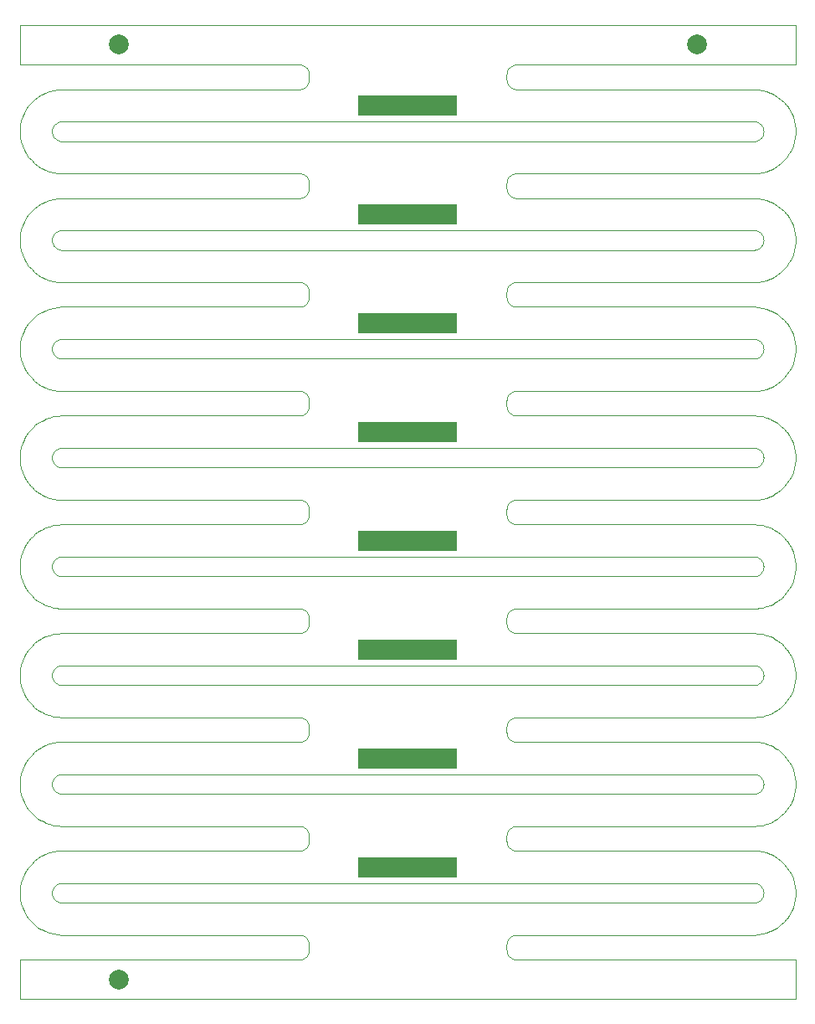
<source format=gbr>
G04 #@! TF.GenerationSoftware,KiCad,Pcbnew,5.1.5+dfsg1-2build2*
G04 #@! TF.CreationDate,2021-10-10T04:01:19+00:00*
G04 #@! TF.ProjectId,bobbin_top_3.5,626f6262-696e-45f7-946f-705f332e352e,rev?*
G04 #@! TF.SameCoordinates,Original*
G04 #@! TF.FileFunction,Soldermask,Top*
G04 #@! TF.FilePolarity,Negative*
%FSLAX46Y46*%
G04 Gerber Fmt 4.6, Leading zero omitted, Abs format (unit mm)*
G04 Created by KiCad (PCBNEW 5.1.5+dfsg1-2build2) date 2021-10-10 04:01:19*
%MOMM*%
%LPD*%
G04 APERTURE LIST*
G04 #@! TA.AperFunction,Profile*
%ADD10C,0.100000*%
G04 #@! TD*
%ADD11C,2.000000*%
%ADD12R,10.000000X2.000000*%
G04 APERTURE END LIST*
D10*
X124499900Y-121216000D02*
X124401200Y-121236200D01*
X124596400Y-121185700D02*
X124499900Y-121216000D01*
X124689300Y-121145900D02*
X124596400Y-121185700D01*
X124777600Y-121096800D02*
X124689300Y-121145900D01*
X124860800Y-121038900D02*
X124777600Y-121096800D01*
X124937500Y-120973100D02*
X124860800Y-121038900D01*
X125007100Y-120899800D02*
X124937500Y-120973100D01*
X125069000Y-120819900D02*
X125007100Y-120899800D01*
X125122400Y-120734100D02*
X125069000Y-120819900D01*
X125166900Y-120643400D02*
X125122400Y-120734100D01*
X125202000Y-120548600D02*
X125166900Y-120643400D01*
X125227300Y-120450800D02*
X125202000Y-120548600D01*
X125242600Y-120350800D02*
X125227300Y-120450800D01*
X125247700Y-120249900D02*
X125242600Y-120350800D01*
X125242600Y-120149200D02*
X125247700Y-120249900D01*
X125227300Y-120049300D02*
X125242600Y-120149200D01*
X125202000Y-119951500D02*
X125227300Y-120049300D01*
X125166900Y-119856700D02*
X125202000Y-119951500D01*
X125122400Y-119766000D02*
X125166900Y-119856700D01*
X125069000Y-119680200D02*
X125122400Y-119766000D01*
X125007100Y-119600300D02*
X125069000Y-119680200D01*
X124937300Y-119526800D02*
X125007100Y-119600300D01*
X124860600Y-119461000D02*
X124937300Y-119526800D01*
X124777600Y-119403300D02*
X124860600Y-119461000D01*
X124689300Y-119354200D02*
X124777600Y-119403300D01*
X124596600Y-119314500D02*
X124689300Y-119354200D01*
X124500200Y-119284200D02*
X124596600Y-119314500D01*
X124401200Y-119263900D02*
X124500200Y-119284200D01*
X124300700Y-119253600D02*
X124401200Y-119263900D01*
X124224800Y-119251000D02*
X124300700Y-119253600D01*
X54275500Y-119251000D02*
X124224800Y-119251000D01*
X54199100Y-119253600D02*
X54275500Y-119251000D01*
X54098800Y-119263900D02*
X54199100Y-119253600D01*
X53999800Y-119284200D02*
X54098800Y-119263900D01*
X53903400Y-119314500D02*
X53999800Y-119284200D01*
X53810500Y-119354400D02*
X53903400Y-119314500D01*
X53722100Y-119403400D02*
X53810500Y-119354400D01*
X53639200Y-119461200D02*
X53722100Y-119403400D01*
X53562500Y-119527000D02*
X53639200Y-119461200D01*
X53492900Y-119600300D02*
X53562500Y-119527000D01*
X53431000Y-119680200D02*
X53492900Y-119600300D01*
X53377600Y-119766000D02*
X53431000Y-119680200D01*
X53333100Y-119856700D02*
X53377600Y-119766000D01*
X53298100Y-119951200D02*
X53333100Y-119856700D01*
X53272700Y-120049100D02*
X53298100Y-119951200D01*
X53257400Y-120149000D02*
X53272700Y-120049100D01*
X53252300Y-120249900D02*
X53257400Y-120149000D01*
X53257400Y-120350800D02*
X53252300Y-120249900D01*
X53272700Y-120450800D02*
X53257400Y-120350800D01*
X53298000Y-120548600D02*
X53272700Y-120450800D01*
X53333100Y-120643400D02*
X53298000Y-120548600D01*
X53377600Y-120734100D02*
X53333100Y-120643400D01*
X53431000Y-120819900D02*
X53377600Y-120734100D01*
X53492900Y-120899800D02*
X53431000Y-120819900D01*
X53562500Y-120973100D02*
X53492900Y-120899800D01*
X53639200Y-121038900D02*
X53562500Y-120973100D01*
X53722100Y-121096700D02*
X53639200Y-121038900D01*
X53810500Y-121145700D02*
X53722100Y-121096700D01*
X53903400Y-121185600D02*
X53810500Y-121145700D01*
X53999800Y-121215900D02*
X53903400Y-121185600D01*
X54098800Y-121236200D02*
X53999800Y-121215900D01*
X54199300Y-121246500D02*
X54098800Y-121236200D01*
X54275200Y-121249000D02*
X54199300Y-121246500D01*
X124225000Y-121249000D02*
X54275200Y-121249000D01*
X124300400Y-121246500D02*
X124225000Y-121249000D01*
X124401200Y-121236200D02*
X124300400Y-121246500D01*
X124499900Y-110215900D02*
X124401100Y-110236200D01*
X124596400Y-110185700D02*
X124499900Y-110215900D01*
X124689300Y-110145900D02*
X124596400Y-110185700D01*
X124777600Y-110096800D02*
X124689300Y-110145900D01*
X124860800Y-110038900D02*
X124777600Y-110096800D01*
X124937500Y-109973100D02*
X124860800Y-110038900D01*
X125007100Y-109899800D02*
X124937500Y-109973100D01*
X125069000Y-109819900D02*
X125007100Y-109899800D01*
X125122400Y-109734100D02*
X125069000Y-109819900D01*
X125166900Y-109643400D02*
X125122400Y-109734100D01*
X125202000Y-109548600D02*
X125166900Y-109643400D01*
X125227300Y-109450700D02*
X125202000Y-109548600D01*
X125242600Y-109350800D02*
X125227300Y-109450700D01*
X125247700Y-109249900D02*
X125242600Y-109350800D01*
X125242600Y-109149200D02*
X125247700Y-109249900D01*
X125227300Y-109049300D02*
X125242600Y-109149200D01*
X125202000Y-108951500D02*
X125227300Y-109049300D01*
X125166900Y-108856700D02*
X125202000Y-108951500D01*
X125122400Y-108766000D02*
X125166900Y-108856700D01*
X125069000Y-108680200D02*
X125122400Y-108766000D01*
X125007100Y-108600300D02*
X125069000Y-108680200D01*
X124937300Y-108526800D02*
X125007100Y-108600300D01*
X124860600Y-108461000D02*
X124937300Y-108526800D01*
X124777600Y-108403300D02*
X124860600Y-108461000D01*
X124689300Y-108354200D02*
X124777600Y-108403300D01*
X124596600Y-108314500D02*
X124689300Y-108354200D01*
X124500200Y-108284200D02*
X124596600Y-108314500D01*
X124401200Y-108263900D02*
X124500200Y-108284200D01*
X124300700Y-108253600D02*
X124401200Y-108263900D01*
X124224800Y-108251000D02*
X124300700Y-108253600D01*
X54275400Y-108251000D02*
X124224800Y-108251000D01*
X54199100Y-108253600D02*
X54275400Y-108251000D01*
X54098800Y-108263900D02*
X54199100Y-108253600D01*
X53999800Y-108284200D02*
X54098800Y-108263900D01*
X53903400Y-108314500D02*
X53999800Y-108284200D01*
X53810500Y-108354300D02*
X53903400Y-108314500D01*
X53722100Y-108403400D02*
X53810500Y-108354300D01*
X53639200Y-108461200D02*
X53722100Y-108403400D01*
X53562500Y-108527000D02*
X53639200Y-108461200D01*
X53492900Y-108600300D02*
X53562500Y-108527000D01*
X53431000Y-108680200D02*
X53492900Y-108600300D01*
X53377600Y-108766000D02*
X53431000Y-108680200D01*
X53333100Y-108856700D02*
X53377600Y-108766000D01*
X53298100Y-108951200D02*
X53333100Y-108856700D01*
X53272700Y-109049100D02*
X53298100Y-108951200D01*
X53257400Y-109149000D02*
X53272700Y-109049100D01*
X53252300Y-109249900D02*
X53257400Y-109149000D01*
X53257400Y-109350800D02*
X53252300Y-109249900D01*
X53272700Y-109450700D02*
X53257400Y-109350800D01*
X53298000Y-109548600D02*
X53272700Y-109450700D01*
X53333100Y-109643400D02*
X53298000Y-109548600D01*
X53377600Y-109734100D02*
X53333100Y-109643400D01*
X53431000Y-109819900D02*
X53377600Y-109734100D01*
X53492900Y-109899800D02*
X53431000Y-109819900D01*
X53562500Y-109973100D02*
X53492900Y-109899800D01*
X53639200Y-110038900D02*
X53562500Y-109973100D01*
X53722100Y-110096700D02*
X53639200Y-110038900D01*
X53810500Y-110145700D02*
X53722100Y-110096700D01*
X53903400Y-110185600D02*
X53810500Y-110145700D01*
X53999800Y-110215900D02*
X53903400Y-110185600D01*
X54098800Y-110236200D02*
X53999800Y-110215900D01*
X54199300Y-110246500D02*
X54098800Y-110236200D01*
X54275200Y-110249000D02*
X54199300Y-110246500D01*
X124225000Y-110249000D02*
X54275200Y-110249000D01*
X124300500Y-110246500D02*
X124225000Y-110249000D01*
X124401100Y-110236200D02*
X124300500Y-110246500D01*
X124499900Y-99215900D02*
X124401100Y-99236200D01*
X124596400Y-99185700D02*
X124499900Y-99215900D01*
X124689300Y-99145800D02*
X124596400Y-99185700D01*
X124777600Y-99096800D02*
X124689300Y-99145800D01*
X124860800Y-99038900D02*
X124777600Y-99096800D01*
X124937500Y-98973100D02*
X124860800Y-99038900D01*
X125007100Y-98899800D02*
X124937500Y-98973100D01*
X125069000Y-98819900D02*
X125007100Y-98899800D01*
X125122400Y-98734100D02*
X125069000Y-98819900D01*
X125166900Y-98643400D02*
X125122400Y-98734100D01*
X125202000Y-98548600D02*
X125166900Y-98643400D01*
X125227300Y-98450700D02*
X125202000Y-98548600D01*
X125242600Y-98350800D02*
X125227300Y-98450700D01*
X125247700Y-98249900D02*
X125242600Y-98350800D01*
X125242600Y-98149200D02*
X125247700Y-98249900D01*
X125227300Y-98049300D02*
X125242600Y-98149200D01*
X125202000Y-97951500D02*
X125227300Y-98049300D01*
X125166900Y-97856700D02*
X125202000Y-97951500D01*
X125122400Y-97766000D02*
X125166900Y-97856700D01*
X125069000Y-97680200D02*
X125122400Y-97766000D01*
X125007100Y-97600300D02*
X125069000Y-97680200D01*
X124937300Y-97526800D02*
X125007100Y-97600300D01*
X124860600Y-97461000D02*
X124937300Y-97526800D01*
X124777600Y-97403300D02*
X124860600Y-97461000D01*
X124689300Y-97354200D02*
X124777600Y-97403300D01*
X124596600Y-97314500D02*
X124689300Y-97354200D01*
X124500200Y-97284200D02*
X124596600Y-97314500D01*
X124401200Y-97263800D02*
X124500200Y-97284200D01*
X124300700Y-97253600D02*
X124401200Y-97263800D01*
X124224800Y-97251000D02*
X124300700Y-97253600D01*
X54275400Y-97251000D02*
X124224800Y-97251000D01*
X54199200Y-97253600D02*
X54275400Y-97251000D01*
X54098800Y-97263800D02*
X54199200Y-97253600D01*
X53999800Y-97284200D02*
X54098800Y-97263800D01*
X53903400Y-97314500D02*
X53999800Y-97284200D01*
X53810500Y-97354300D02*
X53903400Y-97314500D01*
X53722100Y-97403400D02*
X53810500Y-97354300D01*
X53639200Y-97461100D02*
X53722100Y-97403400D01*
X53562500Y-97527000D02*
X53639200Y-97461100D01*
X53492900Y-97600300D02*
X53562500Y-97527000D01*
X53431000Y-97680200D02*
X53492900Y-97600300D01*
X53377600Y-97766000D02*
X53431000Y-97680200D01*
X53333100Y-97856700D02*
X53377600Y-97766000D01*
X53298100Y-97951200D02*
X53333100Y-97856700D01*
X53272700Y-98049100D02*
X53298100Y-97951200D01*
X53257400Y-98149000D02*
X53272700Y-98049100D01*
X53252300Y-98249900D02*
X53257400Y-98149000D01*
X53257400Y-98350800D02*
X53252300Y-98249900D01*
X53272700Y-98450700D02*
X53257400Y-98350800D01*
X53298000Y-98548600D02*
X53272700Y-98450700D01*
X53333100Y-98643400D02*
X53298000Y-98548600D01*
X53377600Y-98734100D02*
X53333100Y-98643400D01*
X53431000Y-98819900D02*
X53377600Y-98734100D01*
X53492900Y-98899800D02*
X53431000Y-98819900D01*
X53562500Y-98973100D02*
X53492900Y-98899800D01*
X53639200Y-99038900D02*
X53562500Y-98973100D01*
X53722100Y-99096700D02*
X53639200Y-99038900D01*
X53810500Y-99145700D02*
X53722100Y-99096700D01*
X53903400Y-99185600D02*
X53810500Y-99145700D01*
X53999800Y-99215900D02*
X53903400Y-99185600D01*
X54098800Y-99236200D02*
X53999800Y-99215900D01*
X54199300Y-99246500D02*
X54098800Y-99236200D01*
X54275200Y-99249000D02*
X54199300Y-99246500D01*
X124224900Y-99249000D02*
X54275200Y-99249000D01*
X124300500Y-99246500D02*
X124224900Y-99249000D01*
X124401100Y-99236200D02*
X124300500Y-99246500D01*
X124499900Y-88215900D02*
X124401100Y-88236200D01*
X124596400Y-88185700D02*
X124499900Y-88215900D01*
X124689300Y-88145800D02*
X124596400Y-88185700D01*
X124777600Y-88096800D02*
X124689300Y-88145800D01*
X124860800Y-88038900D02*
X124777600Y-88096800D01*
X124937500Y-87973100D02*
X124860800Y-88038900D01*
X125007100Y-87899800D02*
X124937500Y-87973100D01*
X125069000Y-87819900D02*
X125007100Y-87899800D01*
X125122400Y-87734100D02*
X125069000Y-87819900D01*
X125166900Y-87643400D02*
X125122400Y-87734100D01*
X125202000Y-87548600D02*
X125166900Y-87643400D01*
X125227300Y-87450700D02*
X125202000Y-87548600D01*
X125242600Y-87350800D02*
X125227300Y-87450700D01*
X125247700Y-87249900D02*
X125242600Y-87350800D01*
X125242600Y-87149200D02*
X125247700Y-87249900D01*
X125227300Y-87049300D02*
X125242600Y-87149200D01*
X125202000Y-86951500D02*
X125227300Y-87049300D01*
X125166900Y-86856700D02*
X125202000Y-86951500D01*
X125122400Y-86766000D02*
X125166900Y-86856700D01*
X125069000Y-86680200D02*
X125122400Y-86766000D01*
X125007100Y-86600200D02*
X125069000Y-86680200D01*
X124937300Y-86526800D02*
X125007100Y-86600200D01*
X124860600Y-86461000D02*
X124937300Y-86526800D01*
X124777600Y-86403200D02*
X124860600Y-86461000D01*
X124689300Y-86354200D02*
X124777600Y-86403200D01*
X124596600Y-86314500D02*
X124689300Y-86354200D01*
X124500200Y-86284200D02*
X124596600Y-86314500D01*
X124401200Y-86263800D02*
X124500200Y-86284200D01*
X124300700Y-86253600D02*
X124401200Y-86263800D01*
X124224800Y-86251000D02*
X124300700Y-86253600D01*
X54275400Y-86251000D02*
X124224800Y-86251000D01*
X54199200Y-86253600D02*
X54275400Y-86251000D01*
X54098800Y-86263800D02*
X54199200Y-86253600D01*
X53999800Y-86284200D02*
X54098800Y-86263800D01*
X53903400Y-86314500D02*
X53999800Y-86284200D01*
X53810500Y-86354300D02*
X53903400Y-86314500D01*
X53722100Y-86403400D02*
X53810500Y-86354300D01*
X53639200Y-86461100D02*
X53722100Y-86403400D01*
X53562500Y-86527000D02*
X53639200Y-86461100D01*
X53492900Y-86600200D02*
X53562500Y-86527000D01*
X53431000Y-86680200D02*
X53492900Y-86600200D01*
X53377600Y-86766000D02*
X53431000Y-86680200D01*
X53333100Y-86856700D02*
X53377600Y-86766000D01*
X53298100Y-86951200D02*
X53333100Y-86856700D01*
X53272700Y-87049100D02*
X53298100Y-86951200D01*
X53257400Y-87149000D02*
X53272700Y-87049100D01*
X53252300Y-87249900D02*
X53257400Y-87149000D01*
X53257400Y-87350800D02*
X53252300Y-87249900D01*
X53272700Y-87450700D02*
X53257400Y-87350800D01*
X53298000Y-87548600D02*
X53272700Y-87450700D01*
X53333100Y-87643400D02*
X53298000Y-87548600D01*
X53377600Y-87734100D02*
X53333100Y-87643400D01*
X53431000Y-87819900D02*
X53377600Y-87734100D01*
X53492900Y-87899800D02*
X53431000Y-87819900D01*
X53562500Y-87973100D02*
X53492900Y-87899800D01*
X53639200Y-88038900D02*
X53562500Y-87973100D01*
X53722100Y-88096700D02*
X53639200Y-88038900D01*
X53810500Y-88145700D02*
X53722100Y-88096700D01*
X53903400Y-88185600D02*
X53810500Y-88145700D01*
X53999800Y-88215900D02*
X53903400Y-88185600D01*
X54098800Y-88236200D02*
X53999800Y-88215900D01*
X54199300Y-88246500D02*
X54098800Y-88236200D01*
X54275200Y-88249000D02*
X54199300Y-88246500D01*
X124224900Y-88249000D02*
X54275200Y-88249000D01*
X124300500Y-88246400D02*
X124224900Y-88249000D01*
X124401100Y-88236200D02*
X124300500Y-88246400D01*
X124499900Y-77215900D02*
X124401000Y-77236200D01*
X124596400Y-77185700D02*
X124499900Y-77215900D01*
X124689300Y-77145800D02*
X124596400Y-77185700D01*
X124777600Y-77096800D02*
X124689300Y-77145800D01*
X124860800Y-77038900D02*
X124777600Y-77096800D01*
X124937500Y-76973100D02*
X124860800Y-77038900D01*
X125007100Y-76899800D02*
X124937500Y-76973100D01*
X125069000Y-76819900D02*
X125007100Y-76899800D01*
X125122400Y-76734100D02*
X125069000Y-76819900D01*
X125166900Y-76643300D02*
X125122400Y-76734100D01*
X125202000Y-76548600D02*
X125166900Y-76643300D01*
X125227300Y-76450700D02*
X125202000Y-76548600D01*
X125242600Y-76350800D02*
X125227300Y-76450700D01*
X125247700Y-76249900D02*
X125242600Y-76350800D01*
X125242600Y-76149200D02*
X125247700Y-76249900D01*
X125227300Y-76049300D02*
X125242600Y-76149200D01*
X125202000Y-75951500D02*
X125227300Y-76049300D01*
X125166900Y-75856700D02*
X125202000Y-75951500D01*
X125122400Y-75765900D02*
X125166900Y-75856700D01*
X125069000Y-75680200D02*
X125122400Y-75765900D01*
X125007100Y-75600200D02*
X125069000Y-75680200D01*
X124937300Y-75526800D02*
X125007100Y-75600200D01*
X124860600Y-75461000D02*
X124937300Y-75526800D01*
X124777600Y-75403200D02*
X124860600Y-75461000D01*
X124689300Y-75354200D02*
X124777600Y-75403200D01*
X124596600Y-75314500D02*
X124689300Y-75354200D01*
X124500200Y-75284200D02*
X124596600Y-75314500D01*
X124401200Y-75263800D02*
X124500200Y-75284200D01*
X124300700Y-75253600D02*
X124401200Y-75263800D01*
X124224800Y-75251000D02*
X124300700Y-75253600D01*
X54275300Y-75251000D02*
X124224800Y-75251000D01*
X54199200Y-75253600D02*
X54275300Y-75251000D01*
X54098800Y-75263800D02*
X54199200Y-75253600D01*
X53999800Y-75284200D02*
X54098800Y-75263800D01*
X53903400Y-75314500D02*
X53999800Y-75284200D01*
X53810500Y-75354300D02*
X53903400Y-75314500D01*
X53722100Y-75403400D02*
X53810500Y-75354300D01*
X53639200Y-75461100D02*
X53722100Y-75403400D01*
X53562500Y-75527000D02*
X53639200Y-75461100D01*
X53492900Y-75600200D02*
X53562500Y-75527000D01*
X53431000Y-75680200D02*
X53492900Y-75600200D01*
X53377600Y-75765900D02*
X53431000Y-75680200D01*
X53333100Y-75856700D02*
X53377600Y-75765900D01*
X53298100Y-75951200D02*
X53333100Y-75856700D01*
X53272700Y-76049000D02*
X53298100Y-75951200D01*
X53257400Y-76148900D02*
X53272700Y-76049000D01*
X53252300Y-76249900D02*
X53257400Y-76148900D01*
X53257400Y-76350800D02*
X53252300Y-76249900D01*
X53272700Y-76450700D02*
X53257400Y-76350800D01*
X53298000Y-76548600D02*
X53272700Y-76450700D01*
X53333100Y-76643300D02*
X53298000Y-76548600D01*
X53377600Y-76734100D02*
X53333100Y-76643300D01*
X53431000Y-76819900D02*
X53377600Y-76734100D01*
X53492900Y-76899800D02*
X53431000Y-76819900D01*
X53562500Y-76973100D02*
X53492900Y-76899800D01*
X53639200Y-77038900D02*
X53562500Y-76973100D01*
X53722100Y-77096700D02*
X53639200Y-77038900D01*
X53810500Y-77145700D02*
X53722100Y-77096700D01*
X53903400Y-77185600D02*
X53810500Y-77145700D01*
X53999800Y-77215800D02*
X53903400Y-77185600D01*
X54098800Y-77236200D02*
X53999800Y-77215800D01*
X54199300Y-77246400D02*
X54098800Y-77236200D01*
X54275200Y-77249000D02*
X54199300Y-77246400D01*
X124224800Y-77249000D02*
X54275200Y-77249000D01*
X124300600Y-77246400D02*
X124224800Y-77249000D01*
X124401000Y-77236200D02*
X124300600Y-77246400D01*
X124499900Y-66215900D02*
X124401000Y-66236200D01*
X124596400Y-66185700D02*
X124499900Y-66215900D01*
X124689300Y-66145800D02*
X124596400Y-66185700D01*
X124777600Y-66096800D02*
X124689300Y-66145800D01*
X124860600Y-66039100D02*
X124777600Y-66096800D01*
X124937300Y-65973200D02*
X124860600Y-66039100D01*
X125007100Y-65899800D02*
X124937300Y-65973200D01*
X125069000Y-65819900D02*
X125007100Y-65899800D01*
X125122300Y-65734300D02*
X125069000Y-65819900D01*
X125166800Y-65643600D02*
X125122300Y-65734300D01*
X125201900Y-65548800D02*
X125166800Y-65643600D01*
X125227300Y-65451000D02*
X125201900Y-65548800D01*
X125242600Y-65351100D02*
X125227300Y-65451000D01*
X125247700Y-65250100D02*
X125242600Y-65351100D01*
X125242600Y-65149200D02*
X125247700Y-65250100D01*
X125227300Y-65049300D02*
X125242600Y-65149200D01*
X125202000Y-64951500D02*
X125227300Y-65049300D01*
X125166900Y-64856700D02*
X125202000Y-64951500D01*
X125122400Y-64765900D02*
X125166900Y-64856700D01*
X125069000Y-64680200D02*
X125122400Y-64765900D01*
X125007100Y-64600200D02*
X125069000Y-64680200D01*
X124937300Y-64526800D02*
X125007100Y-64600200D01*
X124860600Y-64461000D02*
X124937300Y-64526800D01*
X124777900Y-64403400D02*
X124860600Y-64461000D01*
X124689500Y-64354300D02*
X124777900Y-64403400D01*
X124596600Y-64314400D02*
X124689500Y-64354300D01*
X124500200Y-64284200D02*
X124596600Y-64314400D01*
X124401200Y-64263800D02*
X124500200Y-64284200D01*
X124300700Y-64253600D02*
X124401200Y-64263800D01*
X124224800Y-64251000D02*
X124300700Y-64253600D01*
X54275300Y-64251000D02*
X124224800Y-64251000D01*
X54199300Y-64253600D02*
X54275300Y-64251000D01*
X54098800Y-64263800D02*
X54199300Y-64253600D01*
X53999800Y-64284200D02*
X54098800Y-64263800D01*
X53903400Y-64314400D02*
X53999800Y-64284200D01*
X53810500Y-64354300D02*
X53903400Y-64314400D01*
X53722100Y-64403400D02*
X53810500Y-64354300D01*
X53639200Y-64461100D02*
X53722100Y-64403400D01*
X53562500Y-64527000D02*
X53639200Y-64461100D01*
X53492900Y-64600200D02*
X53562500Y-64527000D01*
X53431000Y-64680200D02*
X53492900Y-64600200D01*
X53377600Y-64765900D02*
X53431000Y-64680200D01*
X53333100Y-64856700D02*
X53377600Y-64765900D01*
X53298000Y-64951500D02*
X53333100Y-64856700D01*
X53272700Y-65049000D02*
X53298000Y-64951500D01*
X53257400Y-65148900D02*
X53272700Y-65049000D01*
X53252300Y-65249900D02*
X53257400Y-65148900D01*
X53257400Y-65350800D02*
X53252300Y-65249900D01*
X53272700Y-65450700D02*
X53257400Y-65350800D01*
X53298000Y-65548600D02*
X53272700Y-65450700D01*
X53333100Y-65643300D02*
X53298000Y-65548600D01*
X53377600Y-65734100D02*
X53333100Y-65643300D01*
X53431000Y-65819900D02*
X53377600Y-65734100D01*
X53492900Y-65899800D02*
X53431000Y-65819900D01*
X53562500Y-65973100D02*
X53492900Y-65899800D01*
X53639200Y-66038900D02*
X53562500Y-65973100D01*
X53722100Y-66096600D02*
X53639200Y-66038900D01*
X53810500Y-66145700D02*
X53722100Y-66096600D01*
X53903400Y-66185600D02*
X53810500Y-66145700D01*
X53999800Y-66215800D02*
X53903400Y-66185600D01*
X54098800Y-66236200D02*
X53999800Y-66215800D01*
X54199300Y-66246400D02*
X54098800Y-66236200D01*
X54275200Y-66249000D02*
X54199300Y-66246400D01*
X124224800Y-66249000D02*
X54275200Y-66249000D01*
X124300600Y-66246400D02*
X124224800Y-66249000D01*
X124401000Y-66236200D02*
X124300600Y-66246400D01*
X124499900Y-55215900D02*
X124401000Y-55236200D01*
X124596400Y-55185700D02*
X124499900Y-55215900D01*
X124689300Y-55145800D02*
X124596400Y-55185700D01*
X124777600Y-55096800D02*
X124689300Y-55145800D01*
X124860600Y-55039100D02*
X124777600Y-55096800D01*
X124937300Y-54973200D02*
X124860600Y-55039100D01*
X125007100Y-54899800D02*
X124937300Y-54973200D01*
X125069000Y-54819900D02*
X125007100Y-54899800D01*
X125122300Y-54734300D02*
X125069000Y-54819900D01*
X125166800Y-54643600D02*
X125122300Y-54734300D01*
X125201900Y-54548800D02*
X125166800Y-54643600D01*
X125227300Y-54451000D02*
X125201900Y-54548800D01*
X125242600Y-54351100D02*
X125227300Y-54451000D01*
X125247700Y-54250100D02*
X125242600Y-54351100D01*
X125242600Y-54149200D02*
X125247700Y-54250100D01*
X125227300Y-54049300D02*
X125242600Y-54149200D01*
X125202000Y-53951500D02*
X125227300Y-54049300D01*
X125166900Y-53856700D02*
X125202000Y-53951500D01*
X125122400Y-53765900D02*
X125166900Y-53856700D01*
X125069000Y-53680200D02*
X125122400Y-53765900D01*
X125007100Y-53600200D02*
X125069000Y-53680200D01*
X124937300Y-53526800D02*
X125007100Y-53600200D01*
X124860600Y-53460900D02*
X124937300Y-53526800D01*
X124777900Y-53403400D02*
X124860600Y-53460900D01*
X124689500Y-53354300D02*
X124777900Y-53403400D01*
X124596600Y-53314400D02*
X124689500Y-53354300D01*
X124500200Y-53284200D02*
X124596600Y-53314400D01*
X124401200Y-53263800D02*
X124500200Y-53284200D01*
X124300700Y-53253600D02*
X124401200Y-53263800D01*
X124224800Y-53251000D02*
X124300700Y-53253600D01*
X54275200Y-53251000D02*
X124224800Y-53251000D01*
X54199300Y-53253600D02*
X54275200Y-53251000D01*
X54098800Y-53263800D02*
X54199300Y-53253600D01*
X53999800Y-53284200D02*
X54098800Y-53263800D01*
X53903400Y-53314400D02*
X53999800Y-53284200D01*
X53810500Y-53354300D02*
X53903400Y-53314400D01*
X53722100Y-53403400D02*
X53810500Y-53354300D01*
X53639200Y-53461100D02*
X53722100Y-53403400D01*
X53562500Y-53527000D02*
X53639200Y-53461100D01*
X53492900Y-53600200D02*
X53562500Y-53527000D01*
X53431000Y-53680200D02*
X53492900Y-53600200D01*
X53377600Y-53765900D02*
X53431000Y-53680200D01*
X53333100Y-53856700D02*
X53377600Y-53765900D01*
X53298000Y-53951500D02*
X53333100Y-53856700D01*
X53272700Y-54049000D02*
X53298000Y-53951500D01*
X53257400Y-54148900D02*
X53272700Y-54049000D01*
X53252300Y-54249900D02*
X53257400Y-54148900D01*
X53257400Y-54350800D02*
X53252300Y-54249900D01*
X53272700Y-54450700D02*
X53257400Y-54350800D01*
X53298000Y-54548500D02*
X53272700Y-54450700D01*
X53333100Y-54643300D02*
X53298000Y-54548500D01*
X53377600Y-54734100D02*
X53333100Y-54643300D01*
X53431000Y-54819900D02*
X53377600Y-54734100D01*
X53492900Y-54899800D02*
X53431000Y-54819900D01*
X53562500Y-54973000D02*
X53492900Y-54899800D01*
X53639200Y-55038900D02*
X53562500Y-54973000D01*
X53722100Y-55096600D02*
X53639200Y-55038900D01*
X53810500Y-55145700D02*
X53722100Y-55096600D01*
X53903400Y-55185600D02*
X53810500Y-55145700D01*
X53999800Y-55215800D02*
X53903400Y-55185600D01*
X54098800Y-55236200D02*
X53999800Y-55215800D01*
X54199300Y-55246400D02*
X54098800Y-55236200D01*
X54275200Y-55249000D02*
X54199300Y-55246400D01*
X124224800Y-55249000D02*
X54275200Y-55249000D01*
X124300700Y-55246400D02*
X124224800Y-55249000D01*
X124401000Y-55236200D02*
X124300700Y-55246400D01*
X124500200Y-132215900D02*
X124400700Y-132236300D01*
X124596600Y-132185600D02*
X124500200Y-132215900D01*
X124689500Y-132145800D02*
X124596600Y-132185600D01*
X124777900Y-132096700D02*
X124689500Y-132145800D01*
X124860800Y-132038900D02*
X124777900Y-132096700D01*
X124937500Y-131973100D02*
X124860800Y-132038900D01*
X125007100Y-131899800D02*
X124937500Y-131973100D01*
X125069000Y-131819900D02*
X125007100Y-131899800D01*
X125122400Y-131734100D02*
X125069000Y-131819900D01*
X125166900Y-131643400D02*
X125122400Y-131734100D01*
X125202000Y-131548600D02*
X125166900Y-131643400D01*
X125227300Y-131450800D02*
X125202000Y-131548600D01*
X125242600Y-131350900D02*
X125227300Y-131450800D01*
X125247700Y-131249900D02*
X125242600Y-131350900D01*
X125242600Y-131149300D02*
X125247700Y-131249900D01*
X125227300Y-131049400D02*
X125242600Y-131149300D01*
X125202000Y-130951500D02*
X125227300Y-131049400D01*
X125166900Y-130856700D02*
X125202000Y-130951500D01*
X125122400Y-130766000D02*
X125166900Y-130856700D01*
X125069000Y-130680200D02*
X125122400Y-130766000D01*
X125007100Y-130600300D02*
X125069000Y-130680200D01*
X124937300Y-130526800D02*
X125007100Y-130600300D01*
X124860600Y-130461000D02*
X124937300Y-130526800D01*
X124777600Y-130403300D02*
X124860600Y-130461000D01*
X124689300Y-130354200D02*
X124777600Y-130403300D01*
X124596600Y-130314500D02*
X124689300Y-130354200D01*
X124500200Y-130284200D02*
X124596600Y-130314500D01*
X124401200Y-130263900D02*
X124500200Y-130284200D01*
X124300700Y-130253600D02*
X124401200Y-130263900D01*
X124224800Y-130251100D02*
X124300700Y-130253600D01*
X54275000Y-130251100D02*
X124224800Y-130251100D01*
X54199500Y-130253600D02*
X54275000Y-130251100D01*
X54098800Y-130263900D02*
X54199500Y-130253600D01*
X53999800Y-130284200D02*
X54098800Y-130263900D01*
X53903400Y-130314500D02*
X53999800Y-130284200D01*
X53810500Y-130354400D02*
X53903400Y-130314500D01*
X53722100Y-130403400D02*
X53810500Y-130354400D01*
X53639200Y-130461200D02*
X53722100Y-130403400D01*
X53562500Y-130527000D02*
X53639200Y-130461200D01*
X53492900Y-130600300D02*
X53562500Y-130527000D01*
X53431000Y-130680200D02*
X53492900Y-130600300D01*
X53377600Y-130766000D02*
X53431000Y-130680200D01*
X53333100Y-130856700D02*
X53377600Y-130766000D01*
X53298100Y-130951200D02*
X53333100Y-130856700D01*
X53272700Y-131049100D02*
X53298100Y-130951200D01*
X53257400Y-131149000D02*
X53272700Y-131049100D01*
X53252300Y-131249900D02*
X53257400Y-131149000D01*
X53257400Y-131350900D02*
X53252300Y-131249900D01*
X53272700Y-131450800D02*
X53257400Y-131350900D01*
X53298000Y-131548600D02*
X53272700Y-131450800D01*
X53333100Y-131643400D02*
X53298000Y-131548600D01*
X53377600Y-131734100D02*
X53333100Y-131643400D01*
X53431000Y-131819900D02*
X53377600Y-131734100D01*
X53492900Y-131899800D02*
X53431000Y-131819900D01*
X53562500Y-131973100D02*
X53492900Y-131899800D01*
X53639200Y-132038900D02*
X53562500Y-131973100D01*
X53722100Y-132096700D02*
X53639200Y-132038900D01*
X53810500Y-132145800D02*
X53722100Y-132096700D01*
X53903400Y-132185600D02*
X53810500Y-132145800D01*
X53999800Y-132215900D02*
X53903400Y-132185600D01*
X54098800Y-132236200D02*
X53999800Y-132215900D01*
X54199300Y-132246500D02*
X54098800Y-132236200D01*
X54275200Y-132249100D02*
X54199300Y-132246500D01*
X124224500Y-132249100D02*
X54275200Y-132249100D01*
X124300900Y-132246500D02*
X124224500Y-132249100D01*
X124400700Y-132236300D02*
X124300900Y-132246500D01*
X128471000Y-43499000D02*
X50014600Y-43499700D01*
X128487300Y-43500000D02*
X128471000Y-43499000D01*
X128492900Y-43503700D02*
X128487300Y-43500000D01*
X128494800Y-43508200D02*
X128492900Y-43503700D01*
X128495500Y-43523500D02*
X128494800Y-43508200D01*
X128495500Y-47475500D02*
X128495500Y-43523500D01*
X128494300Y-47492700D02*
X128495500Y-47475500D01*
X128490800Y-47497400D02*
X128494300Y-47492700D01*
X128486300Y-47499200D02*
X128490800Y-47497400D01*
X100241200Y-47500000D02*
X128486300Y-47499200D01*
X100144000Y-47504800D02*
X100241200Y-47500000D01*
X100047900Y-47519000D02*
X100144000Y-47504800D01*
X99953600Y-47542600D02*
X100047900Y-47519000D01*
X99862200Y-47575400D02*
X99953600Y-47542600D01*
X99774300Y-47616900D02*
X99862200Y-47575400D01*
X99691000Y-47666900D02*
X99774300Y-47616900D01*
X99613000Y-47724700D02*
X99691000Y-47666900D01*
X99541000Y-47790000D02*
X99613000Y-47724700D01*
X99475700Y-47862000D02*
X99541000Y-47790000D01*
X99417900Y-47940000D02*
X99475700Y-47862000D01*
X99367900Y-48023300D02*
X99417900Y-47940000D01*
X99326400Y-48111100D02*
X99367900Y-48023300D01*
X99293600Y-48202600D02*
X99326400Y-48111100D01*
X99270000Y-48296900D02*
X99293600Y-48202600D01*
X99255800Y-48393000D02*
X99270000Y-48296900D01*
X99251000Y-48490200D02*
X99255800Y-48393000D01*
X99251000Y-49008800D02*
X99251000Y-48490200D01*
X99255800Y-49106000D02*
X99251000Y-49008800D01*
X99270000Y-49202100D02*
X99255800Y-49106000D01*
X99293600Y-49296400D02*
X99270000Y-49202100D01*
X99326400Y-49387900D02*
X99293600Y-49296400D01*
X99367900Y-49475700D02*
X99326400Y-49387900D01*
X99417900Y-49559000D02*
X99367900Y-49475700D01*
X99475700Y-49637000D02*
X99417900Y-49559000D01*
X99541000Y-49709000D02*
X99475700Y-49637000D01*
X99613000Y-49774300D02*
X99541000Y-49709000D01*
X99691000Y-49832100D02*
X99613000Y-49774300D01*
X99774300Y-49882100D02*
X99691000Y-49832100D01*
X99862200Y-49923600D02*
X99774300Y-49882100D01*
X99953600Y-49956400D02*
X99862200Y-49923600D01*
X100047900Y-49980000D02*
X99953600Y-49956400D01*
X100144000Y-49994200D02*
X100047900Y-49980000D01*
X100241200Y-49999000D02*
X100144000Y-49994200D01*
X124243700Y-49999000D02*
X100241200Y-49999000D01*
X124679800Y-50021100D02*
X124243700Y-49999000D01*
X125105400Y-50086300D02*
X124679800Y-50021100D01*
X125522300Y-50194200D02*
X125105400Y-50086300D01*
X125914500Y-50339100D02*
X125522300Y-50194200D01*
X125937800Y-50349100D02*
X125914500Y-50339100D01*
X126301600Y-50527500D02*
X125937800Y-50349100D01*
X126323800Y-50539900D02*
X126301600Y-50527500D01*
X126678500Y-50761400D02*
X126323800Y-50539900D01*
X127018600Y-51024600D02*
X126678500Y-50761400D01*
X127330700Y-51321300D02*
X127018600Y-51024600D01*
X127603300Y-51638300D02*
X127330700Y-51321300D01*
X127618900Y-51658400D02*
X127603300Y-51638300D01*
X127850300Y-51990900D02*
X127618900Y-51658400D01*
X127863800Y-52012500D02*
X127850300Y-51990900D01*
X128066400Y-52378300D02*
X127863800Y-52012500D01*
X128236000Y-52773500D02*
X128066400Y-52378300D01*
X128364900Y-53184300D02*
X128236000Y-52773500D01*
X128449400Y-53593800D02*
X128364900Y-53184300D01*
X128453300Y-53618900D02*
X128449400Y-53593800D01*
X128494300Y-54022000D02*
X128453300Y-53618900D01*
X128495500Y-54047400D02*
X128494300Y-54022000D01*
X128495200Y-54465600D02*
X128495500Y-54047400D01*
X128451700Y-54893400D02*
X128495200Y-54465600D01*
X128365000Y-55315200D02*
X128451700Y-54893400D01*
X128240200Y-55714200D02*
X128365000Y-55315200D01*
X128231400Y-55738100D02*
X128240200Y-55714200D01*
X128071600Y-56110400D02*
X128231400Y-55738100D01*
X128060400Y-56133200D02*
X128071600Y-56110400D01*
X127857200Y-56498700D02*
X128060400Y-56133200D01*
X127611200Y-56852100D02*
X127857200Y-56498700D01*
X127331000Y-57178400D02*
X127611200Y-56852100D01*
X127018900Y-57475100D02*
X127331000Y-57178400D01*
X126678500Y-57738700D02*
X127018900Y-57475100D01*
X126323800Y-57960100D02*
X126678500Y-57738700D01*
X126301600Y-57972500D02*
X126323800Y-57960100D01*
X125937900Y-58150900D02*
X126301600Y-57972500D01*
X125914500Y-58160900D02*
X125937900Y-58150900D01*
X125522200Y-58305800D02*
X125914500Y-58160900D01*
X125118100Y-58410800D02*
X125522200Y-58305800D01*
X125093400Y-58415900D02*
X125118100Y-58410800D01*
X124679800Y-58478900D02*
X125093400Y-58415900D01*
X124243700Y-58501000D02*
X124679800Y-58478900D01*
X100241200Y-58501000D02*
X124243700Y-58501000D01*
X100144000Y-58505800D02*
X100241200Y-58501000D01*
X100047900Y-58520000D02*
X100144000Y-58505800D01*
X99953600Y-58543600D02*
X100047900Y-58520000D01*
X99862200Y-58576400D02*
X99953600Y-58543600D01*
X99774300Y-58617900D02*
X99862200Y-58576400D01*
X99691000Y-58667900D02*
X99774300Y-58617900D01*
X99613000Y-58725700D02*
X99691000Y-58667900D01*
X99541000Y-58791000D02*
X99613000Y-58725700D01*
X99475700Y-58863000D02*
X99541000Y-58791000D01*
X99417900Y-58941000D02*
X99475700Y-58863000D01*
X99367900Y-59024300D02*
X99417900Y-58941000D01*
X99326400Y-59112100D02*
X99367900Y-59024300D01*
X99293600Y-59203600D02*
X99326400Y-59112100D01*
X99270000Y-59297900D02*
X99293600Y-59203600D01*
X99255800Y-59394000D02*
X99270000Y-59297900D01*
X99251000Y-59491200D02*
X99255800Y-59394000D01*
X99251000Y-60008800D02*
X99251000Y-59491200D01*
X99255800Y-60106000D02*
X99251000Y-60008800D01*
X99270000Y-60202100D02*
X99255800Y-60106000D01*
X99293600Y-60296400D02*
X99270000Y-60202100D01*
X99326400Y-60387900D02*
X99293600Y-60296400D01*
X99367900Y-60475700D02*
X99326400Y-60387900D01*
X99417900Y-60559000D02*
X99367900Y-60475700D01*
X99475700Y-60637000D02*
X99417900Y-60559000D01*
X99541000Y-60709000D02*
X99475700Y-60637000D01*
X99613000Y-60774300D02*
X99541000Y-60709000D01*
X99691000Y-60832200D02*
X99613000Y-60774300D01*
X99774300Y-60882100D02*
X99691000Y-60832200D01*
X99862200Y-60923600D02*
X99774300Y-60882100D01*
X99953600Y-60956400D02*
X99862200Y-60923600D01*
X100047900Y-60980000D02*
X99953600Y-60956400D01*
X100144000Y-60994200D02*
X100047900Y-60980000D01*
X100241200Y-60999000D02*
X100144000Y-60994200D01*
X124243700Y-60999000D02*
X100241200Y-60999000D01*
X124679800Y-61021100D02*
X124243700Y-60999000D01*
X125105400Y-61086300D02*
X124679800Y-61021100D01*
X125522300Y-61194200D02*
X125105400Y-61086300D01*
X125914500Y-61339100D02*
X125522300Y-61194200D01*
X125937800Y-61349100D02*
X125914500Y-61339100D01*
X126301600Y-61527500D02*
X125937800Y-61349100D01*
X126323800Y-61539900D02*
X126301600Y-61527500D01*
X126678500Y-61761400D02*
X126323800Y-61539900D01*
X127018600Y-62024600D02*
X126678500Y-61761400D01*
X127330700Y-62321300D02*
X127018600Y-62024600D01*
X127603300Y-62638300D02*
X127330700Y-62321300D01*
X127618900Y-62658400D02*
X127603300Y-62638300D01*
X127850300Y-62990900D02*
X127618900Y-62658400D01*
X127863800Y-63012500D02*
X127850300Y-62990900D01*
X128066400Y-63378300D02*
X127863800Y-63012500D01*
X128236000Y-63773500D02*
X128066400Y-63378300D01*
X128364900Y-64184300D02*
X128236000Y-63773500D01*
X128449400Y-64593800D02*
X128364900Y-64184300D01*
X128453300Y-64618900D02*
X128449400Y-64593800D01*
X128494300Y-65022000D02*
X128453300Y-64618900D01*
X128495500Y-65047400D02*
X128494300Y-65022000D01*
X128495200Y-65465600D02*
X128495500Y-65047400D01*
X128451700Y-65893500D02*
X128495200Y-65465600D01*
X128365000Y-66315200D02*
X128451700Y-65893500D01*
X128240200Y-66714200D02*
X128365000Y-66315200D01*
X128231400Y-66738100D02*
X128240200Y-66714200D01*
X128071600Y-67110400D02*
X128231400Y-66738100D01*
X128060400Y-67133200D02*
X128071600Y-67110400D01*
X127857200Y-67498700D02*
X128060400Y-67133200D01*
X127611200Y-67852100D02*
X127857200Y-67498700D01*
X127331000Y-68178400D02*
X127611200Y-67852100D01*
X127018900Y-68475100D02*
X127331000Y-68178400D01*
X126678500Y-68738700D02*
X127018900Y-68475100D01*
X126323800Y-68960100D02*
X126678500Y-68738700D01*
X126301600Y-68972500D02*
X126323800Y-68960100D01*
X125937900Y-69150900D02*
X126301600Y-68972500D01*
X125914500Y-69160900D02*
X125937900Y-69150900D01*
X125522200Y-69305800D02*
X125914500Y-69160900D01*
X125118100Y-69410800D02*
X125522200Y-69305800D01*
X125093400Y-69415900D02*
X125118100Y-69410800D01*
X124679800Y-69478900D02*
X125093400Y-69415900D01*
X124243700Y-69501000D02*
X124679800Y-69478900D01*
X100241200Y-69501000D02*
X124243700Y-69501000D01*
X100144000Y-69505800D02*
X100241200Y-69501000D01*
X100047900Y-69520000D02*
X100144000Y-69505800D01*
X99953600Y-69543600D02*
X100047900Y-69520000D01*
X99862200Y-69576400D02*
X99953600Y-69543600D01*
X99774300Y-69617900D02*
X99862200Y-69576400D01*
X99691000Y-69667900D02*
X99774300Y-69617900D01*
X99613000Y-69725700D02*
X99691000Y-69667900D01*
X99541000Y-69791000D02*
X99613000Y-69725700D01*
X99475700Y-69863000D02*
X99541000Y-69791000D01*
X99417900Y-69941000D02*
X99475700Y-69863000D01*
X99367900Y-70024300D02*
X99417900Y-69941000D01*
X99326400Y-70112200D02*
X99367900Y-70024300D01*
X99293600Y-70203600D02*
X99326400Y-70112200D01*
X99270000Y-70297900D02*
X99293600Y-70203600D01*
X99255800Y-70394000D02*
X99270000Y-70297900D01*
X99251000Y-70491200D02*
X99255800Y-70394000D01*
X99251000Y-71008800D02*
X99251000Y-70491200D01*
X99255800Y-71106000D02*
X99251000Y-71008800D01*
X99270000Y-71202100D02*
X99255800Y-71106000D01*
X99293600Y-71296400D02*
X99270000Y-71202100D01*
X99326400Y-71387900D02*
X99293600Y-71296400D01*
X99367900Y-71475700D02*
X99326400Y-71387900D01*
X99417900Y-71559000D02*
X99367900Y-71475700D01*
X99475700Y-71637100D02*
X99417900Y-71559000D01*
X99541000Y-71709000D02*
X99475700Y-71637100D01*
X99613000Y-71774300D02*
X99541000Y-71709000D01*
X99691000Y-71832200D02*
X99613000Y-71774300D01*
X99774300Y-71882100D02*
X99691000Y-71832200D01*
X99862200Y-71923600D02*
X99774300Y-71882100D01*
X99953600Y-71956400D02*
X99862200Y-71923600D01*
X100047900Y-71980000D02*
X99953600Y-71956400D01*
X100144000Y-71994200D02*
X100047900Y-71980000D01*
X100241200Y-71999000D02*
X100144000Y-71994200D01*
X124243700Y-71999000D02*
X100241200Y-71999000D01*
X124679800Y-72021100D02*
X124243700Y-71999000D01*
X125105400Y-72086300D02*
X124679800Y-72021100D01*
X125522300Y-72194200D02*
X125105400Y-72086300D01*
X125914500Y-72339100D02*
X125522300Y-72194200D01*
X125937800Y-72349100D02*
X125914500Y-72339100D01*
X126301600Y-72527600D02*
X125937800Y-72349100D01*
X126323800Y-72539900D02*
X126301600Y-72527600D01*
X126678500Y-72761400D02*
X126323800Y-72539900D01*
X127018600Y-73024600D02*
X126678500Y-72761400D01*
X127330700Y-73321300D02*
X127018600Y-73024600D01*
X127603300Y-73638300D02*
X127330700Y-73321300D01*
X127618900Y-73658400D02*
X127603300Y-73638300D01*
X127850300Y-73990900D02*
X127618900Y-73658400D01*
X127863800Y-74012500D02*
X127850300Y-73990900D01*
X128066400Y-74378300D02*
X127863800Y-74012500D01*
X128236000Y-74773500D02*
X128066400Y-74378300D01*
X128364900Y-75184400D02*
X128236000Y-74773500D01*
X128449400Y-75593800D02*
X128364900Y-75184400D01*
X128453300Y-75619000D02*
X128449400Y-75593800D01*
X128494300Y-76022000D02*
X128453300Y-75619000D01*
X128495500Y-76047400D02*
X128494300Y-76022000D01*
X128495200Y-76465600D02*
X128495500Y-76047400D01*
X128451700Y-76893500D02*
X128495200Y-76465600D01*
X128365000Y-77315200D02*
X128451700Y-76893500D01*
X128240200Y-77714300D02*
X128365000Y-77315200D01*
X128231400Y-77738100D02*
X128240200Y-77714300D01*
X128071600Y-78110400D02*
X128231400Y-77738100D01*
X128060400Y-78133300D02*
X128071600Y-78110400D01*
X127857200Y-78498700D02*
X128060400Y-78133300D01*
X127611200Y-78852100D02*
X127857200Y-78498700D01*
X127331000Y-79178400D02*
X127611200Y-78852100D01*
X127018900Y-79475100D02*
X127331000Y-79178400D01*
X126678500Y-79738700D02*
X127018900Y-79475100D01*
X126323800Y-79960100D02*
X126678500Y-79738700D01*
X126301600Y-79972500D02*
X126323800Y-79960100D01*
X125937900Y-80150900D02*
X126301600Y-79972500D01*
X125914500Y-80160900D02*
X125937900Y-80150900D01*
X125522200Y-80305800D02*
X125914500Y-80160900D01*
X125118100Y-80410800D02*
X125522200Y-80305800D01*
X125093400Y-80415900D02*
X125118100Y-80410800D01*
X124679800Y-80478900D02*
X125093400Y-80415900D01*
X124243700Y-80501000D02*
X124679800Y-80478900D01*
X100241200Y-80501000D02*
X124243700Y-80501000D01*
X100144000Y-80505800D02*
X100241200Y-80501000D01*
X100047900Y-80520000D02*
X100144000Y-80505800D01*
X99953600Y-80543600D02*
X100047900Y-80520000D01*
X99862200Y-80576400D02*
X99953600Y-80543600D01*
X99774300Y-80617900D02*
X99862200Y-80576400D01*
X99691000Y-80667900D02*
X99774300Y-80617900D01*
X99613000Y-80725700D02*
X99691000Y-80667900D01*
X99541000Y-80791000D02*
X99613000Y-80725700D01*
X99475700Y-80863000D02*
X99541000Y-80791000D01*
X99417900Y-80941000D02*
X99475700Y-80863000D01*
X99367900Y-81024300D02*
X99417900Y-80941000D01*
X99326400Y-81112200D02*
X99367900Y-81024300D01*
X99293600Y-81203600D02*
X99326400Y-81112200D01*
X99270000Y-81297900D02*
X99293600Y-81203600D01*
X99255800Y-81394000D02*
X99270000Y-81297900D01*
X99251000Y-81491300D02*
X99255800Y-81394000D01*
X99251000Y-82008800D02*
X99251000Y-81491300D01*
X99255800Y-82106100D02*
X99251000Y-82008800D01*
X99270000Y-82202200D02*
X99255800Y-82106100D01*
X99293600Y-82296400D02*
X99270000Y-82202200D01*
X99326400Y-82387900D02*
X99293600Y-82296400D01*
X99367900Y-82475700D02*
X99326400Y-82387900D01*
X99417900Y-82559000D02*
X99367900Y-82475700D01*
X99475700Y-82637100D02*
X99417900Y-82559000D01*
X99541000Y-82709000D02*
X99475700Y-82637100D01*
X99613000Y-82774300D02*
X99541000Y-82709000D01*
X99691000Y-82832200D02*
X99613000Y-82774300D01*
X99774300Y-82882100D02*
X99691000Y-82832200D01*
X99862200Y-82923600D02*
X99774300Y-82882100D01*
X99953600Y-82956400D02*
X99862200Y-82923600D01*
X100047900Y-82980000D02*
X99953600Y-82956400D01*
X100144000Y-82994200D02*
X100047900Y-82980000D01*
X100241200Y-82999000D02*
X100144000Y-82994200D01*
X124243700Y-82999000D02*
X100241200Y-82999000D01*
X124679800Y-83021100D02*
X124243700Y-82999000D01*
X125105900Y-83086400D02*
X124679800Y-83021100D01*
X125522300Y-83194200D02*
X125105900Y-83086400D01*
X125914500Y-83339100D02*
X125522300Y-83194200D01*
X125937800Y-83349100D02*
X125914500Y-83339100D01*
X126301600Y-83527600D02*
X125937800Y-83349100D01*
X126323800Y-83539900D02*
X126301600Y-83527600D01*
X126678500Y-83761400D02*
X126323800Y-83539900D01*
X127018600Y-84024600D02*
X126678500Y-83761400D01*
X127330700Y-84321300D02*
X127018600Y-84024600D01*
X127603300Y-84638300D02*
X127330700Y-84321300D01*
X127618900Y-84658400D02*
X127603300Y-84638300D01*
X127850300Y-84990900D02*
X127618900Y-84658400D01*
X127863800Y-85012500D02*
X127850300Y-84990900D01*
X128066400Y-85378300D02*
X127863800Y-85012500D01*
X128236000Y-85773500D02*
X128066400Y-85378300D01*
X128364900Y-86184400D02*
X128236000Y-85773500D01*
X128449400Y-86593800D02*
X128364900Y-86184400D01*
X128453300Y-86619000D02*
X128449400Y-86593800D01*
X128494300Y-87022000D02*
X128453300Y-86619000D01*
X128495500Y-87047400D02*
X128494300Y-87022000D01*
X128495200Y-87465600D02*
X128495500Y-87047400D01*
X128451700Y-87893500D02*
X128495200Y-87465600D01*
X128365000Y-88315200D02*
X128451700Y-87893500D01*
X128240200Y-88714300D02*
X128365000Y-88315200D01*
X128231400Y-88738100D02*
X128240200Y-88714300D01*
X128071600Y-89110400D02*
X128231400Y-88738100D01*
X128060400Y-89133300D02*
X128071600Y-89110400D01*
X127857200Y-89498700D02*
X128060400Y-89133300D01*
X127611200Y-89852100D02*
X127857200Y-89498700D01*
X127331000Y-90178400D02*
X127611200Y-89852100D01*
X127018900Y-90475100D02*
X127331000Y-90178400D01*
X126678500Y-90738700D02*
X127018900Y-90475100D01*
X126323800Y-90960100D02*
X126678500Y-90738700D01*
X126301600Y-90972500D02*
X126323800Y-90960100D01*
X125937900Y-91150900D02*
X126301600Y-90972500D01*
X125914500Y-91160900D02*
X125937900Y-91150900D01*
X125522200Y-91305800D02*
X125914500Y-91160900D01*
X125105400Y-91413700D02*
X125522200Y-91305800D01*
X124679800Y-91478900D02*
X125105400Y-91413700D01*
X124243700Y-91501000D02*
X124679800Y-91478900D01*
X100241200Y-91501000D02*
X124243700Y-91501000D01*
X100144000Y-91505800D02*
X100241200Y-91501000D01*
X100047900Y-91520000D02*
X100144000Y-91505800D01*
X99953600Y-91543600D02*
X100047900Y-91520000D01*
X99862200Y-91576400D02*
X99953600Y-91543600D01*
X99774300Y-91617900D02*
X99862200Y-91576400D01*
X99691000Y-91667900D02*
X99774300Y-91617900D01*
X99613000Y-91725700D02*
X99691000Y-91667900D01*
X99541000Y-91791000D02*
X99613000Y-91725700D01*
X99475700Y-91863000D02*
X99541000Y-91791000D01*
X99417900Y-91941000D02*
X99475700Y-91863000D01*
X99367900Y-92024300D02*
X99417900Y-91941000D01*
X99326400Y-92112200D02*
X99367900Y-92024300D01*
X99293600Y-92203600D02*
X99326400Y-92112200D01*
X99270000Y-92297900D02*
X99293600Y-92203600D01*
X99255800Y-92394000D02*
X99270000Y-92297900D01*
X99251000Y-92491300D02*
X99255800Y-92394000D01*
X99251000Y-93008800D02*
X99251000Y-92491300D01*
X99255800Y-93106100D02*
X99251000Y-93008800D01*
X99270000Y-93202200D02*
X99255800Y-93106100D01*
X99293600Y-93296400D02*
X99270000Y-93202200D01*
X99326400Y-93387900D02*
X99293600Y-93296400D01*
X99367900Y-93475700D02*
X99326400Y-93387900D01*
X99417900Y-93559000D02*
X99367900Y-93475700D01*
X99475700Y-93637100D02*
X99417900Y-93559000D01*
X99541000Y-93709000D02*
X99475700Y-93637100D01*
X99613000Y-93774300D02*
X99541000Y-93709000D01*
X99691000Y-93832200D02*
X99613000Y-93774300D01*
X99774300Y-93882100D02*
X99691000Y-93832200D01*
X99862200Y-93923700D02*
X99774300Y-93882100D01*
X99953600Y-93956400D02*
X99862200Y-93923700D01*
X100047900Y-93980000D02*
X99953600Y-93956400D01*
X100144000Y-93994200D02*
X100047900Y-93980000D01*
X100241200Y-93999000D02*
X100144000Y-93994200D01*
X124256400Y-93999400D02*
X100241200Y-93999000D01*
X124680300Y-94021200D02*
X124256400Y-93999400D01*
X125105900Y-94086400D02*
X124680300Y-94021200D01*
X125522800Y-94194400D02*
X125105900Y-94086400D01*
X125926500Y-94344000D02*
X125522800Y-94194400D01*
X126313100Y-94533600D02*
X125926500Y-94344000D01*
X126678500Y-94761400D02*
X126313100Y-94533600D01*
X127019000Y-95025000D02*
X126678500Y-94761400D01*
X127331100Y-95321700D02*
X127019000Y-95025000D01*
X127603300Y-95638300D02*
X127331100Y-95321700D01*
X127618900Y-95658400D02*
X127603300Y-95638300D01*
X127857200Y-96001400D02*
X127618900Y-95658400D01*
X128060400Y-96366800D02*
X127857200Y-96001400D01*
X128071600Y-96389600D02*
X128060400Y-96366800D01*
X128236000Y-96773500D02*
X128071600Y-96389600D01*
X128365100Y-97184900D02*
X128236000Y-96773500D01*
X128449400Y-97593800D02*
X128365100Y-97184900D01*
X128453300Y-97619000D02*
X128449400Y-97593800D01*
X128495200Y-98034500D02*
X128453300Y-97619000D01*
X128495500Y-98452600D02*
X128495200Y-98034500D01*
X128494300Y-98478000D02*
X128495500Y-98452600D01*
X128451700Y-98893500D02*
X128494300Y-98478000D01*
X128364900Y-99315700D02*
X128451700Y-98893500D01*
X128240200Y-99714300D02*
X128364900Y-99315700D01*
X128231400Y-99738100D02*
X128240200Y-99714300D01*
X128066400Y-100121800D02*
X128231400Y-99738100D01*
X127863800Y-100487500D02*
X128066400Y-100121800D01*
X127850300Y-100509100D02*
X127863800Y-100487500D01*
X127611500Y-100851700D02*
X127850300Y-100509100D01*
X127330700Y-101178800D02*
X127611500Y-100851700D01*
X127028200Y-101466700D02*
X127330700Y-101178800D01*
X127008900Y-101483300D02*
X127028200Y-101466700D01*
X126678500Y-101738700D02*
X127008900Y-101483300D01*
X126323800Y-101960100D02*
X126678500Y-101738700D01*
X126301600Y-101972500D02*
X126323800Y-101960100D01*
X125926500Y-102156100D02*
X126301600Y-101972500D01*
X125522200Y-102305900D02*
X125926500Y-102156100D01*
X125105900Y-102413700D02*
X125522200Y-102305900D01*
X124692700Y-102477300D02*
X125105900Y-102413700D01*
X124667400Y-102479900D02*
X124692700Y-102477300D01*
X124243800Y-102501000D02*
X124667400Y-102479900D01*
X100241200Y-102501000D02*
X124243800Y-102501000D01*
X100144000Y-102505800D02*
X100241200Y-102501000D01*
X100047900Y-102520000D02*
X100144000Y-102505800D01*
X99953600Y-102543700D02*
X100047900Y-102520000D01*
X99862200Y-102576400D02*
X99953600Y-102543700D01*
X99774300Y-102617900D02*
X99862200Y-102576400D01*
X99691000Y-102667900D02*
X99774300Y-102617900D01*
X99613000Y-102725700D02*
X99691000Y-102667900D01*
X99541000Y-102791000D02*
X99613000Y-102725700D01*
X99475700Y-102863000D02*
X99541000Y-102791000D01*
X99417900Y-102941000D02*
X99475700Y-102863000D01*
X99367900Y-103024300D02*
X99417900Y-102941000D01*
X99326400Y-103112200D02*
X99367900Y-103024300D01*
X99293600Y-103203600D02*
X99326400Y-103112200D01*
X99270000Y-103297900D02*
X99293600Y-103203600D01*
X99255800Y-103394000D02*
X99270000Y-103297900D01*
X99251000Y-103491300D02*
X99255800Y-103394000D01*
X99251000Y-104008800D02*
X99251000Y-103491300D01*
X99255800Y-104106100D02*
X99251000Y-104008800D01*
X99270000Y-104202200D02*
X99255800Y-104106100D01*
X99293600Y-104296400D02*
X99270000Y-104202200D01*
X99326400Y-104387900D02*
X99293600Y-104296400D01*
X99367900Y-104475700D02*
X99326400Y-104387900D01*
X99417900Y-104559000D02*
X99367900Y-104475700D01*
X99475700Y-104637100D02*
X99417900Y-104559000D01*
X99541000Y-104709100D02*
X99475700Y-104637100D01*
X99613000Y-104774300D02*
X99541000Y-104709100D01*
X99691000Y-104832200D02*
X99613000Y-104774300D01*
X99774300Y-104882100D02*
X99691000Y-104832200D01*
X99862200Y-104923700D02*
X99774300Y-104882100D01*
X99953600Y-104956400D02*
X99862200Y-104923700D01*
X100047900Y-104980000D02*
X99953600Y-104956400D01*
X100144000Y-104994200D02*
X100047900Y-104980000D01*
X100241200Y-104999000D02*
X100144000Y-104994200D01*
X124243800Y-104999000D02*
X100241200Y-104999000D01*
X124667300Y-105020200D02*
X124243800Y-104999000D01*
X124692600Y-105022800D02*
X124667300Y-105020200D01*
X125105900Y-105086400D02*
X124692600Y-105022800D01*
X125522800Y-105194400D02*
X125105900Y-105086400D01*
X125926100Y-105343800D02*
X125522800Y-105194400D01*
X126301600Y-105527600D02*
X125926100Y-105343800D01*
X126323800Y-105539900D02*
X126301600Y-105527600D01*
X126678100Y-105761100D02*
X126323800Y-105539900D01*
X127008900Y-106016800D02*
X126678100Y-105761100D01*
X127028200Y-106033300D02*
X127008900Y-106016800D01*
X127330700Y-106321300D02*
X127028200Y-106033300D01*
X127603300Y-106638300D02*
X127330700Y-106321300D01*
X127618900Y-106658400D02*
X127603300Y-106638300D01*
X127857200Y-107001400D02*
X127618900Y-106658400D01*
X128060400Y-107366800D02*
X127857200Y-107001400D01*
X128071600Y-107389600D02*
X128060400Y-107366800D01*
X128236000Y-107773500D02*
X128071600Y-107389600D01*
X128361500Y-108172400D02*
X128236000Y-107773500D01*
X128367900Y-108197000D02*
X128361500Y-108172400D01*
X128451600Y-108606100D02*
X128367900Y-108197000D01*
X128494300Y-109022100D02*
X128451600Y-108606100D01*
X128495500Y-109047500D02*
X128494300Y-109022100D01*
X128495200Y-109465100D02*
X128495500Y-109047500D01*
X128453300Y-109881100D02*
X128495200Y-109465100D01*
X128449400Y-109906200D02*
X128453300Y-109881100D01*
X128365000Y-110315300D02*
X128449400Y-109906200D01*
X128240200Y-110714300D02*
X128365000Y-110315300D01*
X128231400Y-110738100D02*
X128240200Y-110714300D01*
X128066400Y-111121800D02*
X128231400Y-110738100D01*
X127863800Y-111487500D02*
X128066400Y-111121800D01*
X127850300Y-111509100D02*
X127863800Y-111487500D01*
X127611200Y-111852100D02*
X127850300Y-111509100D01*
X127331000Y-112178500D02*
X127611200Y-111852100D01*
X127028200Y-112466700D02*
X127331000Y-112178500D01*
X127008900Y-112483300D02*
X127028200Y-112466700D01*
X126678500Y-112738700D02*
X127008900Y-112483300D01*
X126323800Y-112960100D02*
X126678500Y-112738700D01*
X126301600Y-112972500D02*
X126323800Y-112960100D01*
X125926000Y-113156300D02*
X126301600Y-112972500D01*
X125522700Y-113305700D02*
X125926000Y-113156300D01*
X125118100Y-113410800D02*
X125522700Y-113305700D01*
X125093100Y-113416000D02*
X125118100Y-113410800D01*
X124679800Y-113478900D02*
X125093100Y-113416000D01*
X124250100Y-113500900D02*
X124679800Y-113478900D01*
X100241200Y-113501000D02*
X124250100Y-113500900D01*
X100144000Y-113505800D02*
X100241200Y-113501000D01*
X100047900Y-113520000D02*
X100144000Y-113505800D01*
X99953600Y-113543700D02*
X100047900Y-113520000D01*
X99862200Y-113576400D02*
X99953600Y-113543700D01*
X99774300Y-113617900D02*
X99862200Y-113576400D01*
X99691000Y-113667900D02*
X99774300Y-113617900D01*
X99613000Y-113725700D02*
X99691000Y-113667900D01*
X99541000Y-113791000D02*
X99613000Y-113725700D01*
X99475700Y-113863000D02*
X99541000Y-113791000D01*
X99417900Y-113941000D02*
X99475700Y-113863000D01*
X99367900Y-114024300D02*
X99417900Y-113941000D01*
X99326400Y-114112200D02*
X99367900Y-114024300D01*
X99293600Y-114203600D02*
X99326400Y-114112200D01*
X99270000Y-114297900D02*
X99293600Y-114203600D01*
X99255800Y-114394000D02*
X99270000Y-114297900D01*
X99251000Y-114491300D02*
X99255800Y-114394000D01*
X99251000Y-115008800D02*
X99251000Y-114491300D01*
X99255800Y-115106100D02*
X99251000Y-115008800D01*
X99270000Y-115202200D02*
X99255800Y-115106100D01*
X99293600Y-115296400D02*
X99270000Y-115202200D01*
X99326400Y-115387900D02*
X99293600Y-115296400D01*
X99367900Y-115475700D02*
X99326400Y-115387900D01*
X99417900Y-115559000D02*
X99367900Y-115475700D01*
X99475700Y-115637100D02*
X99417900Y-115559000D01*
X99541000Y-115709100D02*
X99475700Y-115637100D01*
X99613000Y-115774300D02*
X99541000Y-115709100D01*
X99691000Y-115832200D02*
X99613000Y-115774300D01*
X99774300Y-115882100D02*
X99691000Y-115832200D01*
X99862200Y-115923700D02*
X99774300Y-115882100D01*
X99953600Y-115956400D02*
X99862200Y-115923700D01*
X100047900Y-115980000D02*
X99953600Y-115956400D01*
X100144000Y-115994300D02*
X100047900Y-115980000D01*
X100241200Y-115999000D02*
X100144000Y-115994300D01*
X124243800Y-115999000D02*
X100241200Y-115999000D01*
X124667300Y-116020200D02*
X124243800Y-115999000D01*
X124692600Y-116022800D02*
X124667300Y-116020200D01*
X125105400Y-116086300D02*
X124692600Y-116022800D01*
X125510500Y-116190900D02*
X125105400Y-116086300D01*
X125534500Y-116198400D02*
X125510500Y-116190900D01*
X125926500Y-116344000D02*
X125534500Y-116198400D01*
X126301600Y-116527600D02*
X125926500Y-116344000D01*
X126323800Y-116539900D02*
X126301600Y-116527600D01*
X126667600Y-116754200D02*
X126323800Y-116539900D01*
X126688500Y-116768800D02*
X126667600Y-116754200D01*
X127018600Y-117024700D02*
X126688500Y-116768800D01*
X127321900Y-117312500D02*
X127018600Y-117024700D01*
X127339400Y-117330900D02*
X127321900Y-117312500D01*
X127611200Y-117648000D02*
X127339400Y-117330900D01*
X127857200Y-118001400D02*
X127611200Y-117648000D01*
X128066400Y-118378300D02*
X127857200Y-118001400D01*
X128231400Y-118761900D02*
X128066400Y-118378300D01*
X128240200Y-118785800D02*
X128231400Y-118761900D01*
X128361500Y-119172400D02*
X128240200Y-118785800D01*
X128367900Y-119197000D02*
X128361500Y-119172400D01*
X128451600Y-119606200D02*
X128367900Y-119197000D01*
X128494300Y-120022100D02*
X128451600Y-119606200D01*
X128495500Y-120047500D02*
X128494300Y-120022100D01*
X128495200Y-120465100D02*
X128495500Y-120047500D01*
X128451600Y-120894000D02*
X128495200Y-120465100D01*
X128367900Y-121303100D02*
X128451600Y-120894000D01*
X128361500Y-121327700D02*
X128367900Y-121303100D01*
X128236200Y-121726100D02*
X128361500Y-121327700D01*
X128071600Y-122110500D02*
X128236200Y-121726100D01*
X128060400Y-122133300D02*
X128071600Y-122110500D01*
X127857400Y-122498300D02*
X128060400Y-122133300D01*
X127611500Y-122851700D02*
X127857400Y-122498300D01*
X127331000Y-123178500D02*
X127611500Y-122851700D01*
X127018900Y-123475100D02*
X127331000Y-123178500D01*
X126678500Y-123738700D02*
X127018900Y-123475100D01*
X126312600Y-123966700D02*
X126678500Y-123738700D01*
X125926000Y-124156300D02*
X126312600Y-123966700D01*
X125522200Y-124305900D02*
X125926000Y-124156300D01*
X125105400Y-124413800D02*
X125522200Y-124305900D01*
X124692700Y-124477300D02*
X125105400Y-124413800D01*
X124667400Y-124479900D02*
X124692700Y-124477300D01*
X124243700Y-124501000D02*
X124667400Y-124479900D01*
X100241200Y-124501000D02*
X124243700Y-124501000D01*
X100144000Y-124505800D02*
X100241200Y-124501000D01*
X100047900Y-124520100D02*
X100144000Y-124505800D01*
X99953600Y-124543700D02*
X100047900Y-124520100D01*
X99862200Y-124576400D02*
X99953600Y-124543700D01*
X99774300Y-124617900D02*
X99862200Y-124576400D01*
X99691000Y-124667900D02*
X99774300Y-124617900D01*
X99613000Y-124725700D02*
X99691000Y-124667900D01*
X99541000Y-124791000D02*
X99613000Y-124725700D01*
X99475700Y-124863000D02*
X99541000Y-124791000D01*
X99417900Y-124941000D02*
X99475700Y-124863000D01*
X99367900Y-125024300D02*
X99417900Y-124941000D01*
X99326400Y-125112200D02*
X99367900Y-125024300D01*
X99293600Y-125203600D02*
X99326400Y-125112200D01*
X99270000Y-125297900D02*
X99293600Y-125203600D01*
X99255800Y-125394000D02*
X99270000Y-125297900D01*
X99251000Y-125491300D02*
X99255800Y-125394000D01*
X99251000Y-126008800D02*
X99251000Y-125491300D01*
X99255800Y-126106100D02*
X99251000Y-126008800D01*
X99270000Y-126202200D02*
X99255800Y-126106100D01*
X99293600Y-126296500D02*
X99270000Y-126202200D01*
X99326400Y-126387900D02*
X99293600Y-126296500D01*
X99367900Y-126475700D02*
X99326400Y-126387900D01*
X99417900Y-126559100D02*
X99367900Y-126475700D01*
X99475700Y-126637100D02*
X99417900Y-126559100D01*
X99541000Y-126709100D02*
X99475700Y-126637100D01*
X99613000Y-126774300D02*
X99541000Y-126709100D01*
X99691000Y-126832200D02*
X99613000Y-126774300D01*
X99774300Y-126882200D02*
X99691000Y-126832200D01*
X99862200Y-126923700D02*
X99774300Y-126882200D01*
X99953600Y-126956400D02*
X99862200Y-126923700D01*
X100047900Y-126980000D02*
X99953600Y-126956400D01*
X100144000Y-126994300D02*
X100047900Y-126980000D01*
X100241300Y-126999100D02*
X100144000Y-126994300D01*
X124243700Y-126999100D02*
X100241300Y-126999100D01*
X124679800Y-127021200D02*
X124243700Y-126999100D01*
X125093400Y-127084200D02*
X124679800Y-127021200D01*
X125118000Y-127089300D02*
X125093400Y-127084200D01*
X125522300Y-127194300D02*
X125118000Y-127089300D01*
X125914500Y-127339100D02*
X125522300Y-127194300D01*
X125937800Y-127349200D02*
X125914500Y-127339100D01*
X126301600Y-127527600D02*
X125937800Y-127349200D01*
X126323800Y-127539900D02*
X126301600Y-127527600D01*
X126678500Y-127761400D02*
X126323800Y-127539900D01*
X127019000Y-128025000D02*
X126678500Y-127761400D01*
X127330700Y-128321300D02*
X127019000Y-128025000D01*
X127611200Y-128648000D02*
X127330700Y-128321300D01*
X127857200Y-129001400D02*
X127611200Y-128648000D01*
X128060400Y-129366800D02*
X127857200Y-129001400D01*
X128071600Y-129389600D02*
X128060400Y-129366800D01*
X128231400Y-129762000D02*
X128071600Y-129389600D01*
X128240200Y-129785800D02*
X128231400Y-129762000D01*
X128365100Y-130184900D02*
X128240200Y-129785800D01*
X128451600Y-130606200D02*
X128365100Y-130184900D01*
X128495200Y-131034500D02*
X128451600Y-130606200D01*
X128495500Y-131452600D02*
X128495200Y-131034500D01*
X128494300Y-131478000D02*
X128495500Y-131452600D01*
X128453300Y-131881100D02*
X128494300Y-131478000D01*
X128449400Y-131906200D02*
X128453300Y-131881100D01*
X128364900Y-132315800D02*
X128449400Y-131906200D01*
X128236200Y-132726100D02*
X128364900Y-132315800D01*
X128066400Y-133121800D02*
X128236200Y-132726100D01*
X127863800Y-133487500D02*
X128066400Y-133121800D01*
X127850300Y-133509100D02*
X127863800Y-133487500D01*
X127618900Y-133841700D02*
X127850300Y-133509100D01*
X127603300Y-133861800D02*
X127618900Y-133841700D01*
X127330700Y-134178800D02*
X127603300Y-133861800D01*
X127018900Y-134475100D02*
X127330700Y-134178800D01*
X126678500Y-134738700D02*
X127018900Y-134475100D01*
X126323800Y-134960200D02*
X126678500Y-134738700D01*
X126301600Y-134972500D02*
X126323800Y-134960200D01*
X125937900Y-135150900D02*
X126301600Y-134972500D01*
X125914500Y-135161000D02*
X125937900Y-135150900D01*
X125522200Y-135305900D02*
X125914500Y-135161000D01*
X125105400Y-135413800D02*
X125522200Y-135305900D01*
X124679800Y-135479000D02*
X125105400Y-135413800D01*
X124243700Y-135501100D02*
X124679800Y-135479000D01*
X100241300Y-135501100D02*
X124243700Y-135501100D01*
X100144000Y-135505900D02*
X100241300Y-135501100D01*
X100047900Y-135520100D02*
X100144000Y-135505900D01*
X99953600Y-135543700D02*
X100047900Y-135520100D01*
X99862200Y-135576500D02*
X99953600Y-135543700D01*
X99774300Y-135618000D02*
X99862200Y-135576500D01*
X99691000Y-135667900D02*
X99774300Y-135618000D01*
X99613000Y-135725800D02*
X99691000Y-135667900D01*
X99541000Y-135791100D02*
X99613000Y-135725800D01*
X99475700Y-135863000D02*
X99541000Y-135791100D01*
X99417900Y-135941100D02*
X99475700Y-135863000D01*
X99367900Y-136024400D02*
X99417900Y-135941100D01*
X99326400Y-136112200D02*
X99367900Y-136024400D01*
X99293600Y-136203700D02*
X99326400Y-136112200D01*
X99270000Y-136297900D02*
X99293600Y-136203700D01*
X99255800Y-136394000D02*
X99270000Y-136297900D01*
X99251000Y-136491300D02*
X99255800Y-136394000D01*
X99251000Y-137009800D02*
X99251000Y-136491300D01*
X99255800Y-137107100D02*
X99251000Y-137009800D01*
X99270000Y-137203200D02*
X99255800Y-137107100D01*
X99293600Y-137297400D02*
X99270000Y-137203200D01*
X99326400Y-137388900D02*
X99293600Y-137297400D01*
X99367900Y-137476700D02*
X99326400Y-137388900D01*
X99417900Y-137560100D02*
X99367900Y-137476700D01*
X99475700Y-137638100D02*
X99417900Y-137560100D01*
X99541000Y-137710100D02*
X99475700Y-137638100D01*
X99613000Y-137775300D02*
X99541000Y-137710100D01*
X99691000Y-137833200D02*
X99613000Y-137775300D01*
X99774300Y-137883200D02*
X99691000Y-137833200D01*
X99862200Y-137924700D02*
X99774300Y-137883200D01*
X99953600Y-137957400D02*
X99862200Y-137924700D01*
X100047900Y-137981000D02*
X99953600Y-137957400D01*
X100144000Y-137995300D02*
X100047900Y-137981000D01*
X100241200Y-138000100D02*
X100144000Y-137995300D01*
X128486300Y-138000900D02*
X100241200Y-138000100D01*
X128490800Y-138002700D02*
X128486300Y-138000900D01*
X128494300Y-138007400D02*
X128490800Y-138002700D01*
X128495500Y-138024600D02*
X128494300Y-138007400D01*
X128495500Y-141976500D02*
X128495500Y-138024600D01*
X128494600Y-141992800D02*
X128495500Y-141976500D01*
X128490800Y-141998400D02*
X128494600Y-141992800D01*
X128486300Y-142000300D02*
X128490800Y-141998400D01*
X128471000Y-142001100D02*
X128486300Y-142000300D01*
X50029000Y-142001100D02*
X128471000Y-142001100D01*
X50012700Y-142000100D02*
X50029000Y-142001100D01*
X50007100Y-141996300D02*
X50012700Y-142000100D01*
X50005200Y-141991900D02*
X50007100Y-141996300D01*
X50004500Y-141976500D02*
X50005200Y-141991900D01*
X50004500Y-138024600D02*
X50004500Y-141976500D01*
X50005700Y-138007400D02*
X50004500Y-138024600D01*
X50008400Y-138003300D02*
X50005700Y-138007400D01*
X50013700Y-138000900D02*
X50008400Y-138003300D01*
X78258800Y-138000100D02*
X50013700Y-138000900D01*
X78356000Y-137995300D02*
X78258800Y-138000100D01*
X78452100Y-137981000D02*
X78356000Y-137995300D01*
X78546400Y-137957400D02*
X78452100Y-137981000D01*
X78637900Y-137924700D02*
X78546400Y-137957400D01*
X78725700Y-137883200D02*
X78637900Y-137924700D01*
X78809000Y-137833200D02*
X78725700Y-137883200D01*
X78887000Y-137775300D02*
X78809000Y-137833200D01*
X78959000Y-137710100D02*
X78887000Y-137775300D01*
X79024300Y-137638100D02*
X78959000Y-137710100D01*
X79082100Y-137560100D02*
X79024300Y-137638100D01*
X79132100Y-137476700D02*
X79082100Y-137560100D01*
X79173600Y-137388900D02*
X79132100Y-137476700D01*
X79206400Y-137297400D02*
X79173600Y-137388900D01*
X79230000Y-137203200D02*
X79206400Y-137297400D01*
X79244200Y-137107100D02*
X79230000Y-137203200D01*
X79249000Y-137009800D02*
X79244200Y-137107100D01*
X79249000Y-136491300D02*
X79249000Y-137009800D01*
X79244200Y-136394000D02*
X79249000Y-136491300D01*
X79230000Y-136297900D02*
X79244200Y-136394000D01*
X79206400Y-136203700D02*
X79230000Y-136297900D01*
X79173600Y-136112200D02*
X79206400Y-136203700D01*
X79132100Y-136024400D02*
X79173600Y-136112200D01*
X79082100Y-135941100D02*
X79132100Y-136024400D01*
X79024300Y-135863000D02*
X79082100Y-135941100D01*
X78959000Y-135791000D02*
X79024300Y-135863000D01*
X78887000Y-135725800D02*
X78959000Y-135791000D01*
X78809000Y-135667900D02*
X78887000Y-135725800D01*
X78725700Y-135618000D02*
X78809000Y-135667900D01*
X78637900Y-135576400D02*
X78725700Y-135618000D01*
X78546400Y-135543700D02*
X78637900Y-135576400D01*
X78452100Y-135520100D02*
X78546400Y-135543700D01*
X78356000Y-135505900D02*
X78452100Y-135520100D01*
X78258800Y-135501100D02*
X78356000Y-135505900D01*
X54256300Y-135501100D02*
X78258800Y-135501100D01*
X53820200Y-135478900D02*
X54256300Y-135501100D01*
X53394600Y-135413800D02*
X53820200Y-135478900D01*
X52977700Y-135305900D02*
X53394600Y-135413800D01*
X52585500Y-135161000D02*
X52977700Y-135305900D01*
X52562200Y-135150900D02*
X52585500Y-135161000D01*
X52198400Y-134972500D02*
X52562200Y-135150900D01*
X52176200Y-134960200D02*
X52198400Y-134972500D01*
X51821500Y-134738700D02*
X52176200Y-134960200D01*
X51481400Y-134475400D02*
X51821500Y-134738700D01*
X51169300Y-134178800D02*
X51481400Y-134475400D01*
X50896700Y-133861800D02*
X51169300Y-134178800D01*
X50881100Y-133841700D02*
X50896700Y-133861800D01*
X50649700Y-133509100D02*
X50881100Y-133841700D01*
X50636200Y-133487600D02*
X50649700Y-133509100D01*
X50433600Y-133121800D02*
X50636200Y-133487600D01*
X50264000Y-132726600D02*
X50433600Y-133121800D01*
X50135100Y-132315700D02*
X50264000Y-132726600D01*
X50050600Y-131906300D02*
X50135100Y-132315700D01*
X50046700Y-131881100D02*
X50050600Y-131906300D01*
X50005700Y-131478000D02*
X50046700Y-131881100D01*
X50004500Y-131452600D02*
X50005700Y-131478000D01*
X50004800Y-131034500D02*
X50004500Y-131452600D01*
X50048300Y-130606600D02*
X50004800Y-131034500D01*
X50135000Y-130184800D02*
X50048300Y-130606600D01*
X50259800Y-129785800D02*
X50135000Y-130184800D01*
X50268600Y-129762000D02*
X50259800Y-129785800D01*
X50428400Y-129389700D02*
X50268600Y-129762000D01*
X50439600Y-129366800D02*
X50428400Y-129389700D01*
X50642800Y-129001400D02*
X50439600Y-129366800D01*
X50888800Y-128648000D02*
X50642800Y-129001400D01*
X51169000Y-128321600D02*
X50888800Y-128648000D01*
X51481100Y-128025000D02*
X51169000Y-128321600D01*
X51821500Y-127761400D02*
X51481100Y-128025000D01*
X52176200Y-127539900D02*
X51821500Y-127761400D01*
X52198400Y-127527600D02*
X52176200Y-127539900D01*
X52562200Y-127349200D02*
X52198400Y-127527600D01*
X52585500Y-127339100D02*
X52562200Y-127349200D01*
X52977800Y-127194200D02*
X52585500Y-127339100D01*
X53381900Y-127089300D02*
X52977800Y-127194200D01*
X53406600Y-127084200D02*
X53381900Y-127089300D01*
X53820200Y-127021200D02*
X53406600Y-127084200D01*
X54256300Y-126999100D02*
X53820200Y-127021200D01*
X78258800Y-126999100D02*
X54256300Y-126999100D01*
X78356000Y-126994300D02*
X78258800Y-126999100D01*
X78452100Y-126980100D02*
X78356000Y-126994300D01*
X78546400Y-126956400D02*
X78452100Y-126980100D01*
X78637900Y-126923700D02*
X78546400Y-126956400D01*
X78725700Y-126882200D02*
X78637900Y-126923700D01*
X78809000Y-126832200D02*
X78725700Y-126882200D01*
X78887000Y-126774400D02*
X78809000Y-126832200D01*
X78959000Y-126709100D02*
X78887000Y-126774400D01*
X79024300Y-126637100D02*
X78959000Y-126709100D01*
X79082100Y-126559100D02*
X79024300Y-126637100D01*
X79132100Y-126475800D02*
X79082100Y-126559100D01*
X79173600Y-126387900D02*
X79132100Y-126475800D01*
X79206400Y-126296500D02*
X79173600Y-126387900D01*
X79230000Y-126202200D02*
X79206400Y-126296500D01*
X79244200Y-126106100D02*
X79230000Y-126202200D01*
X79249000Y-126008800D02*
X79244200Y-126106100D01*
X79249000Y-125491300D02*
X79249000Y-126008800D01*
X79244200Y-125394000D02*
X79249000Y-125491300D01*
X79230000Y-125297900D02*
X79244200Y-125394000D01*
X79206400Y-125203700D02*
X79230000Y-125297900D01*
X79173600Y-125112200D02*
X79206400Y-125203700D01*
X79132100Y-125024400D02*
X79173600Y-125112200D01*
X79082100Y-124941000D02*
X79132100Y-125024400D01*
X79024300Y-124863000D02*
X79082100Y-124941000D01*
X78959000Y-124791000D02*
X79024300Y-124863000D01*
X78887000Y-124725800D02*
X78959000Y-124791000D01*
X78809000Y-124667900D02*
X78887000Y-124725800D01*
X78725700Y-124617900D02*
X78809000Y-124667900D01*
X78637900Y-124576400D02*
X78725700Y-124617900D01*
X78546400Y-124543700D02*
X78637900Y-124576400D01*
X78452100Y-124520100D02*
X78546400Y-124543700D01*
X78356000Y-124505800D02*
X78452100Y-124520100D01*
X78258800Y-124501000D02*
X78356000Y-124505800D01*
X54256300Y-124501000D02*
X78258800Y-124501000D01*
X53820200Y-124478900D02*
X54256300Y-124501000D01*
X53394600Y-124413800D02*
X53820200Y-124478900D01*
X52977700Y-124305900D02*
X53394600Y-124413800D01*
X52585500Y-124161000D02*
X52977700Y-124305900D01*
X52562200Y-124150900D02*
X52585500Y-124161000D01*
X52198400Y-123972500D02*
X52562200Y-124150900D01*
X52176200Y-123960200D02*
X52198400Y-123972500D01*
X51821500Y-123738700D02*
X52176200Y-123960200D01*
X51481400Y-123475400D02*
X51821500Y-123738700D01*
X51169300Y-123178800D02*
X51481400Y-123475400D01*
X50896700Y-122861800D02*
X51169300Y-123178800D01*
X50881100Y-122841700D02*
X50896700Y-122861800D01*
X50649700Y-122509100D02*
X50881100Y-122841700D01*
X50636200Y-122487600D02*
X50649700Y-122509100D01*
X50433600Y-122121800D02*
X50636200Y-122487600D01*
X50264000Y-121726500D02*
X50433600Y-122121800D01*
X50135100Y-121315700D02*
X50264000Y-121726500D01*
X50050600Y-120906300D02*
X50135100Y-121315700D01*
X50046700Y-120881100D02*
X50050600Y-120906300D01*
X50005700Y-120478000D02*
X50046700Y-120881100D01*
X50004500Y-120452600D02*
X50005700Y-120478000D01*
X50004800Y-120034500D02*
X50004500Y-120452600D01*
X50048300Y-119606600D02*
X50004800Y-120034500D01*
X50135000Y-119184800D02*
X50048300Y-119606600D01*
X50259800Y-118785800D02*
X50135000Y-119184800D01*
X50268600Y-118762000D02*
X50259800Y-118785800D01*
X50428400Y-118389600D02*
X50268600Y-118762000D01*
X50439600Y-118366800D02*
X50428400Y-118389600D01*
X50642800Y-118001400D02*
X50439600Y-118366800D01*
X50888800Y-117648000D02*
X50642800Y-118001400D01*
X51169000Y-117321600D02*
X50888800Y-117648000D01*
X51481100Y-117025000D02*
X51169000Y-117321600D01*
X51821500Y-116761400D02*
X51481100Y-117025000D01*
X52176200Y-116539900D02*
X51821500Y-116761400D01*
X52198400Y-116527600D02*
X52176200Y-116539900D01*
X52562200Y-116349200D02*
X52198400Y-116527600D01*
X52585500Y-116339100D02*
X52562200Y-116349200D01*
X52977800Y-116194200D02*
X52585500Y-116339100D01*
X53381900Y-116089300D02*
X52977800Y-116194200D01*
X53406600Y-116084200D02*
X53381900Y-116089300D01*
X53820200Y-116021200D02*
X53406600Y-116084200D01*
X54256300Y-115999000D02*
X53820200Y-116021200D01*
X78258800Y-115999000D02*
X54256300Y-115999000D01*
X78356000Y-115994200D02*
X78258800Y-115999000D01*
X78452100Y-115980000D02*
X78356000Y-115994200D01*
X78546400Y-115956400D02*
X78452100Y-115980000D01*
X78637900Y-115923600D02*
X78546400Y-115956400D01*
X78725700Y-115882100D02*
X78637900Y-115923600D01*
X78809000Y-115832200D02*
X78725700Y-115882100D01*
X78887000Y-115774300D02*
X78809000Y-115832200D01*
X78959000Y-115709000D02*
X78887000Y-115774300D01*
X79024300Y-115637100D02*
X78959000Y-115709000D01*
X79082100Y-115559000D02*
X79024300Y-115637100D01*
X79132100Y-115475700D02*
X79082100Y-115559000D01*
X79173600Y-115387900D02*
X79132100Y-115475700D01*
X79206400Y-115296400D02*
X79173600Y-115387900D01*
X79230000Y-115202200D02*
X79206400Y-115296400D01*
X79244200Y-115106100D02*
X79230000Y-115202200D01*
X79249000Y-115008800D02*
X79244200Y-115106100D01*
X79249000Y-114491300D02*
X79249000Y-115008800D01*
X79244200Y-114394000D02*
X79249000Y-114491300D01*
X79230000Y-114297900D02*
X79244200Y-114394000D01*
X79206400Y-114203600D02*
X79230000Y-114297900D01*
X79173600Y-114112200D02*
X79206400Y-114203600D01*
X79132100Y-114024300D02*
X79173600Y-114112200D01*
X79082100Y-113941000D02*
X79132100Y-114024300D01*
X79024300Y-113863000D02*
X79082100Y-113941000D01*
X78959000Y-113791000D02*
X79024300Y-113863000D01*
X78887000Y-113725800D02*
X78959000Y-113791000D01*
X78809000Y-113667900D02*
X78887000Y-113725800D01*
X78725700Y-113617900D02*
X78809000Y-113667900D01*
X78637900Y-113576400D02*
X78725700Y-113617900D01*
X78546400Y-113543700D02*
X78637900Y-113576400D01*
X78452100Y-113520100D02*
X78546400Y-113543700D01*
X78356000Y-113505800D02*
X78452100Y-113520100D01*
X78258800Y-113501000D02*
X78356000Y-113505800D01*
X54256300Y-113501000D02*
X78258800Y-113501000D01*
X53820200Y-113478900D02*
X54256300Y-113501000D01*
X53394600Y-113413800D02*
X53820200Y-113478900D01*
X52977700Y-113305800D02*
X53394600Y-113413800D01*
X52585500Y-113161000D02*
X52977700Y-113305800D01*
X52562200Y-113150900D02*
X52585500Y-113161000D01*
X52198400Y-112972500D02*
X52562200Y-113150900D01*
X52176200Y-112960200D02*
X52198400Y-112972500D01*
X51821500Y-112738700D02*
X52176200Y-112960200D01*
X51481400Y-112475400D02*
X51821500Y-112738700D01*
X51169300Y-112178800D02*
X51481400Y-112475400D01*
X50896700Y-111861800D02*
X51169300Y-112178800D01*
X50881100Y-111841700D02*
X50896700Y-111861800D01*
X50649700Y-111509100D02*
X50881100Y-111841700D01*
X50636200Y-111487500D02*
X50649700Y-111509100D01*
X50433600Y-111121800D02*
X50636200Y-111487500D01*
X50264000Y-110726500D02*
X50433600Y-111121800D01*
X50135100Y-110315700D02*
X50264000Y-110726500D01*
X50050600Y-109906200D02*
X50135100Y-110315700D01*
X50046700Y-109881100D02*
X50050600Y-109906200D01*
X50005700Y-109478000D02*
X50046700Y-109881100D01*
X50004500Y-109452600D02*
X50005700Y-109478000D01*
X50004800Y-109034500D02*
X50004500Y-109452600D01*
X50048300Y-108606600D02*
X50004800Y-109034500D01*
X50135000Y-108184800D02*
X50048300Y-108606600D01*
X50259800Y-107785800D02*
X50135000Y-108184800D01*
X50268600Y-107762000D02*
X50259800Y-107785800D01*
X50428400Y-107389600D02*
X50268600Y-107762000D01*
X50439600Y-107366800D02*
X50428400Y-107389600D01*
X50642800Y-107001400D02*
X50439600Y-107366800D01*
X50888800Y-106648000D02*
X50642800Y-107001400D01*
X51169000Y-106321600D02*
X50888800Y-106648000D01*
X51481100Y-106025000D02*
X51169000Y-106321600D01*
X51821500Y-105761400D02*
X51481100Y-106025000D01*
X52176200Y-105539900D02*
X51821500Y-105761400D01*
X52198400Y-105527600D02*
X52176200Y-105539900D01*
X52562200Y-105349200D02*
X52198400Y-105527600D01*
X52585500Y-105339100D02*
X52562200Y-105349200D01*
X52977800Y-105194200D02*
X52585500Y-105339100D01*
X53381900Y-105089300D02*
X52977800Y-105194200D01*
X53406600Y-105084200D02*
X53381900Y-105089300D01*
X53820200Y-105021100D02*
X53406600Y-105084200D01*
X54256300Y-104999000D02*
X53820200Y-105021100D01*
X78258800Y-104999000D02*
X54256300Y-104999000D01*
X78356000Y-104994200D02*
X78258800Y-104999000D01*
X78452100Y-104980000D02*
X78356000Y-104994200D01*
X78546400Y-104956400D02*
X78452100Y-104980000D01*
X78637900Y-104923600D02*
X78546400Y-104956400D01*
X78725700Y-104882100D02*
X78637900Y-104923600D01*
X78809000Y-104832200D02*
X78725700Y-104882100D01*
X78887000Y-104774300D02*
X78809000Y-104832200D01*
X78959000Y-104709000D02*
X78887000Y-104774300D01*
X79024300Y-104637100D02*
X78959000Y-104709000D01*
X79082100Y-104559000D02*
X79024300Y-104637100D01*
X79132100Y-104475700D02*
X79082100Y-104559000D01*
X79173600Y-104387900D02*
X79132100Y-104475700D01*
X79206400Y-104296400D02*
X79173600Y-104387900D01*
X79230000Y-104202200D02*
X79206400Y-104296400D01*
X79244200Y-104106000D02*
X79230000Y-104202200D01*
X79249000Y-104008800D02*
X79244200Y-104106000D01*
X79249000Y-103491300D02*
X79249000Y-104008800D01*
X79244200Y-103394000D02*
X79249000Y-103491300D01*
X79230000Y-103297900D02*
X79244200Y-103394000D01*
X79206400Y-103203600D02*
X79230000Y-103297900D01*
X79173600Y-103112200D02*
X79206400Y-103203600D01*
X79132100Y-103024300D02*
X79173600Y-103112200D01*
X79082100Y-102941000D02*
X79132100Y-103024300D01*
X79024300Y-102863000D02*
X79082100Y-102941000D01*
X78959000Y-102791000D02*
X79024300Y-102863000D01*
X78887000Y-102725800D02*
X78959000Y-102791000D01*
X78809000Y-102667900D02*
X78887000Y-102725800D01*
X78725700Y-102617900D02*
X78809000Y-102667900D01*
X78637900Y-102576400D02*
X78725700Y-102617900D01*
X78546400Y-102543700D02*
X78637900Y-102576400D01*
X78452100Y-102520100D02*
X78546400Y-102543700D01*
X78356000Y-102505800D02*
X78452100Y-102520100D01*
X78258800Y-102501000D02*
X78356000Y-102505800D01*
X54256300Y-102501000D02*
X78258800Y-102501000D01*
X53832700Y-102479900D02*
X54256300Y-102501000D01*
X53807400Y-102477300D02*
X53832700Y-102479900D01*
X53394600Y-102413700D02*
X53807400Y-102477300D01*
X52977700Y-102305800D02*
X53394600Y-102413700D01*
X52573900Y-102156300D02*
X52977700Y-102305800D01*
X52187300Y-101966700D02*
X52573900Y-102156300D01*
X51821900Y-101739000D02*
X52187300Y-101966700D01*
X51481400Y-101475400D02*
X51821900Y-101739000D01*
X51169300Y-101178800D02*
X51481400Y-101475400D01*
X50888500Y-100851700D02*
X51169300Y-101178800D01*
X50649700Y-100509100D02*
X50888500Y-100851700D01*
X50636200Y-100487500D02*
X50649700Y-100509100D01*
X50433800Y-100122200D02*
X50636200Y-100487500D01*
X50268600Y-99738100D02*
X50433800Y-100122200D01*
X50259800Y-99714300D02*
X50268600Y-99738100D01*
X50135100Y-99315700D02*
X50259800Y-99714300D01*
X50048400Y-98893900D02*
X50135100Y-99315700D01*
X50004800Y-98465000D02*
X50048400Y-98893900D01*
X50004500Y-98047500D02*
X50004800Y-98465000D01*
X50005700Y-98022100D02*
X50004500Y-98047500D01*
X50046700Y-97619000D02*
X50005700Y-98022100D01*
X50050600Y-97593900D02*
X50046700Y-97619000D01*
X50135000Y-97184800D02*
X50050600Y-97593900D01*
X50259800Y-96785800D02*
X50135000Y-97184800D01*
X50268600Y-96761900D02*
X50259800Y-96785800D01*
X50433600Y-96378300D02*
X50268600Y-96761900D01*
X50642600Y-96001800D02*
X50433600Y-96378300D01*
X50888800Y-95647900D02*
X50642600Y-96001800D01*
X51160600Y-95330900D02*
X50888800Y-95647900D01*
X51178100Y-95312500D02*
X51160600Y-95330900D01*
X51471800Y-95033300D02*
X51178100Y-95312500D01*
X51491100Y-95016800D02*
X51471800Y-95033300D01*
X51821500Y-94761400D02*
X51491100Y-95016800D01*
X52176200Y-94539900D02*
X51821500Y-94761400D01*
X52198400Y-94527600D02*
X52176200Y-94539900D01*
X52573500Y-94343900D02*
X52198400Y-94527600D01*
X52965500Y-94198400D02*
X52573500Y-94343900D01*
X52989500Y-94190900D02*
X52965500Y-94198400D01*
X53394100Y-94086400D02*
X52989500Y-94190900D01*
X53807300Y-94022800D02*
X53394100Y-94086400D01*
X53832600Y-94020200D02*
X53807300Y-94022800D01*
X54256200Y-93999000D02*
X53832600Y-94020200D01*
X78258800Y-93999000D02*
X54256200Y-93999000D01*
X78356000Y-93994200D02*
X78258800Y-93999000D01*
X78452100Y-93980000D02*
X78356000Y-93994200D01*
X78546400Y-93956400D02*
X78452100Y-93980000D01*
X78637900Y-93923600D02*
X78546400Y-93956400D01*
X78725700Y-93882100D02*
X78637900Y-93923600D01*
X78809000Y-93832200D02*
X78725700Y-93882100D01*
X78887000Y-93774300D02*
X78809000Y-93832200D01*
X78959000Y-93709000D02*
X78887000Y-93774300D01*
X79024300Y-93637100D02*
X78959000Y-93709000D01*
X79082100Y-93559000D02*
X79024300Y-93637100D01*
X79132100Y-93475700D02*
X79082100Y-93559000D01*
X79173600Y-93387900D02*
X79132100Y-93475700D01*
X79206400Y-93296400D02*
X79173600Y-93387900D01*
X79230000Y-93202100D02*
X79206400Y-93296400D01*
X79244200Y-93106000D02*
X79230000Y-93202100D01*
X79249000Y-93008800D02*
X79244200Y-93106000D01*
X79249000Y-92491300D02*
X79249000Y-93008800D01*
X79244200Y-92394000D02*
X79249000Y-92491300D01*
X79230000Y-92297900D02*
X79244200Y-92394000D01*
X79206400Y-92203600D02*
X79230000Y-92297900D01*
X79173600Y-92112200D02*
X79206400Y-92203600D01*
X79132100Y-92024300D02*
X79173600Y-92112200D01*
X79082100Y-91941000D02*
X79132100Y-92024300D01*
X79024300Y-91863000D02*
X79082100Y-91941000D01*
X78959000Y-91791000D02*
X79024300Y-91863000D01*
X78887000Y-91725700D02*
X78959000Y-91791000D01*
X78809000Y-91667900D02*
X78887000Y-91725700D01*
X78725700Y-91617900D02*
X78809000Y-91667900D01*
X78637900Y-91576400D02*
X78725700Y-91617900D01*
X78546400Y-91543700D02*
X78637900Y-91576400D01*
X78452100Y-91520100D02*
X78546400Y-91543700D01*
X78356000Y-91505800D02*
X78452100Y-91520100D01*
X78258800Y-91501000D02*
X78356000Y-91505800D01*
X54249800Y-91500900D02*
X78258800Y-91501000D01*
X53820200Y-91478900D02*
X54249800Y-91500900D01*
X53406900Y-91415900D02*
X53820200Y-91478900D01*
X53382000Y-91410800D02*
X53406900Y-91415900D01*
X52977200Y-91305700D02*
X53382000Y-91410800D01*
X52573900Y-91156300D02*
X52977200Y-91305700D01*
X52198400Y-90972500D02*
X52573900Y-91156300D01*
X52176200Y-90960100D02*
X52198400Y-90972500D01*
X51821500Y-90738700D02*
X52176200Y-90960100D01*
X51481400Y-90475400D02*
X51821500Y-90738700D01*
X51178100Y-90187600D02*
X51481400Y-90475400D01*
X51160600Y-90169200D02*
X51178100Y-90187600D01*
X50888800Y-89852100D02*
X51160600Y-90169200D01*
X50649700Y-89509100D02*
X50888800Y-89852100D01*
X50636200Y-89487500D02*
X50649700Y-89509100D01*
X50433800Y-89122200D02*
X50636200Y-89487500D01*
X50268600Y-88738100D02*
X50433800Y-89122200D01*
X50259800Y-88714300D02*
X50268600Y-88738100D01*
X50135100Y-88315700D02*
X50259800Y-88714300D01*
X50050600Y-87906200D02*
X50135100Y-88315700D01*
X50046700Y-87881100D02*
X50050600Y-87906200D01*
X50004800Y-87465500D02*
X50046700Y-87881100D01*
X50004500Y-87047500D02*
X50004800Y-87465500D01*
X50005700Y-87022100D02*
X50004500Y-87047500D01*
X50048300Y-86606600D02*
X50005700Y-87022100D01*
X50132100Y-86197000D02*
X50048300Y-86606600D01*
X50138500Y-86172400D02*
X50132100Y-86197000D01*
X50263800Y-85774000D02*
X50138500Y-86172400D01*
X50428400Y-85389600D02*
X50263800Y-85774000D01*
X50439600Y-85366800D02*
X50428400Y-85389600D01*
X50642600Y-85001800D02*
X50439600Y-85366800D01*
X50881100Y-84658400D02*
X50642600Y-85001800D01*
X50896700Y-84638300D02*
X50881100Y-84658400D01*
X51169000Y-84321600D02*
X50896700Y-84638300D01*
X51471800Y-84033300D02*
X51169000Y-84321600D01*
X51491100Y-84016800D02*
X51471800Y-84033300D01*
X51822000Y-83761100D02*
X51491100Y-84016800D01*
X52186900Y-83533600D02*
X51822000Y-83761100D01*
X52562200Y-83349100D02*
X52186900Y-83533600D01*
X52585500Y-83339100D02*
X52562200Y-83349100D01*
X52977300Y-83194400D02*
X52585500Y-83339100D01*
X53394100Y-83086400D02*
X52977300Y-83194400D01*
X53807300Y-83022800D02*
X53394100Y-83086400D01*
X53832600Y-83020200D02*
X53807300Y-83022800D01*
X54256200Y-82999000D02*
X53832600Y-83020200D01*
X78258800Y-82999000D02*
X54256200Y-82999000D01*
X78356000Y-82994200D02*
X78258800Y-82999000D01*
X78452100Y-82980000D02*
X78356000Y-82994200D01*
X78546400Y-82956400D02*
X78452100Y-82980000D01*
X78637900Y-82923600D02*
X78546400Y-82956400D01*
X78725700Y-82882100D02*
X78637900Y-82923600D01*
X78809000Y-82832200D02*
X78725700Y-82882100D01*
X78887000Y-82774300D02*
X78809000Y-82832200D01*
X78959000Y-82709000D02*
X78887000Y-82774300D01*
X79024300Y-82637100D02*
X78959000Y-82709000D01*
X79082100Y-82559000D02*
X79024300Y-82637100D01*
X79132100Y-82475700D02*
X79082100Y-82559000D01*
X79173600Y-82387900D02*
X79132100Y-82475700D01*
X79206400Y-82296400D02*
X79173600Y-82387900D01*
X79230000Y-82202100D02*
X79206400Y-82296400D01*
X79244200Y-82106000D02*
X79230000Y-82202100D01*
X79249000Y-82008800D02*
X79244200Y-82106000D01*
X79249000Y-81491300D02*
X79249000Y-82008800D01*
X79244200Y-81394000D02*
X79249000Y-81491300D01*
X79230000Y-81297900D02*
X79244200Y-81394000D01*
X79206400Y-81203600D02*
X79230000Y-81297900D01*
X79173600Y-81112200D02*
X79206400Y-81203600D01*
X79132100Y-81024300D02*
X79173600Y-81112200D01*
X79082100Y-80941000D02*
X79132100Y-81024300D01*
X79024300Y-80863000D02*
X79082100Y-80941000D01*
X78959000Y-80791000D02*
X79024300Y-80863000D01*
X78887000Y-80725700D02*
X78959000Y-80791000D01*
X78809000Y-80667900D02*
X78887000Y-80725700D01*
X78725700Y-80617900D02*
X78809000Y-80667900D01*
X78637900Y-80576400D02*
X78725700Y-80617900D01*
X78546400Y-80543700D02*
X78637900Y-80576400D01*
X78452100Y-80520000D02*
X78546400Y-80543700D01*
X78356000Y-80505800D02*
X78452100Y-80520000D01*
X78258800Y-80501000D02*
X78356000Y-80505800D01*
X54256200Y-80501000D02*
X78258800Y-80501000D01*
X53832700Y-80479900D02*
X54256200Y-80501000D01*
X53807400Y-80477300D02*
X53832700Y-80479900D01*
X53394100Y-80413600D02*
X53807400Y-80477300D01*
X52977700Y-80305800D02*
X53394100Y-80413600D01*
X52573500Y-80156100D02*
X52977700Y-80305800D01*
X52198400Y-79972500D02*
X52573500Y-80156100D01*
X52176200Y-79960100D02*
X52198400Y-79972500D01*
X51821900Y-79738900D02*
X52176200Y-79960100D01*
X51491100Y-79483300D02*
X51821900Y-79738900D01*
X51471800Y-79466700D02*
X51491100Y-79483300D01*
X51169300Y-79178800D02*
X51471800Y-79466700D01*
X50888500Y-78851700D02*
X51169300Y-79178800D01*
X50649700Y-78509100D02*
X50888500Y-78851700D01*
X50636200Y-78487500D02*
X50649700Y-78509100D01*
X50433800Y-78122200D02*
X50636200Y-78487500D01*
X50268600Y-77738100D02*
X50433800Y-78122200D01*
X50259800Y-77714300D02*
X50268600Y-77738100D01*
X50135100Y-77315700D02*
X50259800Y-77714300D01*
X50048300Y-76893400D02*
X50135100Y-77315700D01*
X50005700Y-76478000D02*
X50048300Y-76893400D01*
X50004500Y-76452600D02*
X50005700Y-76478000D01*
X50004800Y-76035000D02*
X50004500Y-76452600D01*
X50046700Y-75619000D02*
X50004800Y-76035000D01*
X50050600Y-75593800D02*
X50046700Y-75619000D01*
X50135000Y-75184800D02*
X50050600Y-75593800D01*
X50264000Y-74773500D02*
X50135000Y-75184800D01*
X50428400Y-74389600D02*
X50264000Y-74773500D01*
X50439600Y-74366800D02*
X50428400Y-74389600D01*
X50642600Y-74001800D02*
X50439600Y-74366800D01*
X50881100Y-73658400D02*
X50642600Y-74001800D01*
X50896700Y-73638300D02*
X50881100Y-73658400D01*
X51169000Y-73321600D02*
X50896700Y-73638300D01*
X51481100Y-73024900D02*
X51169000Y-73321600D01*
X51821500Y-72761300D02*
X51481100Y-73024900D01*
X52186900Y-72533600D02*
X51821500Y-72761300D01*
X52573500Y-72343900D02*
X52186900Y-72533600D01*
X52977300Y-72194300D02*
X52573500Y-72343900D01*
X53394100Y-72086400D02*
X52977300Y-72194300D01*
X53819700Y-72021200D02*
X53394100Y-72086400D01*
X54243600Y-71999300D02*
X53819700Y-72021200D01*
X78258800Y-71999000D02*
X54243600Y-71999300D01*
X78356000Y-71994200D02*
X78258800Y-71999000D01*
X78452100Y-71980000D02*
X78356000Y-71994200D01*
X78546400Y-71956400D02*
X78452100Y-71980000D01*
X78637900Y-71923600D02*
X78546400Y-71956400D01*
X78725700Y-71882100D02*
X78637900Y-71923600D01*
X78809000Y-71832200D02*
X78725700Y-71882100D01*
X78887000Y-71774300D02*
X78809000Y-71832200D01*
X78959000Y-71709000D02*
X78887000Y-71774300D01*
X79024300Y-71637000D02*
X78959000Y-71709000D01*
X79082100Y-71559000D02*
X79024300Y-71637000D01*
X79132100Y-71475700D02*
X79082100Y-71559000D01*
X79173600Y-71387900D02*
X79132100Y-71475700D01*
X79206400Y-71296400D02*
X79173600Y-71387900D01*
X79230000Y-71202100D02*
X79206400Y-71296400D01*
X79244200Y-71106000D02*
X79230000Y-71202100D01*
X79249000Y-71008800D02*
X79244200Y-71106000D01*
X79249000Y-70491300D02*
X79249000Y-71008800D01*
X79244200Y-70394000D02*
X79249000Y-70491300D01*
X79230000Y-70297900D02*
X79244200Y-70394000D01*
X79206400Y-70203600D02*
X79230000Y-70297900D01*
X79173600Y-70112200D02*
X79206400Y-70203600D01*
X79132100Y-70024300D02*
X79173600Y-70112200D01*
X79082100Y-69941000D02*
X79132100Y-70024300D01*
X79024300Y-69863000D02*
X79082100Y-69941000D01*
X78959000Y-69791000D02*
X79024300Y-69863000D01*
X78887000Y-69725700D02*
X78959000Y-69791000D01*
X78809000Y-69667900D02*
X78887000Y-69725700D01*
X78725700Y-69617900D02*
X78809000Y-69667900D01*
X78637900Y-69576400D02*
X78725700Y-69617900D01*
X78546400Y-69543600D02*
X78637900Y-69576400D01*
X78452100Y-69520000D02*
X78546400Y-69543600D01*
X78356000Y-69505800D02*
X78452100Y-69520000D01*
X78258800Y-69501000D02*
X78356000Y-69505800D01*
X54256300Y-69501000D02*
X78258800Y-69501000D01*
X53820200Y-69478900D02*
X54256300Y-69501000D01*
X53394600Y-69413700D02*
X53820200Y-69478900D01*
X52977700Y-69305800D02*
X53394600Y-69413700D01*
X52585500Y-69160900D02*
X52977700Y-69305800D01*
X52562200Y-69150900D02*
X52585500Y-69160900D01*
X52198400Y-68972500D02*
X52562200Y-69150900D01*
X52176200Y-68960100D02*
X52198400Y-68972500D01*
X51821500Y-68738600D02*
X52176200Y-68960100D01*
X51481000Y-68475100D02*
X51821500Y-68738600D01*
X51169300Y-68178700D02*
X51481000Y-68475100D01*
X50888800Y-67852100D02*
X51169300Y-68178700D01*
X50642800Y-67498700D02*
X50888800Y-67852100D01*
X50439600Y-67133300D02*
X50642800Y-67498700D01*
X50428400Y-67110400D02*
X50439600Y-67133300D01*
X50268600Y-66738100D02*
X50428400Y-67110400D01*
X50259800Y-66714300D02*
X50268600Y-66738100D01*
X50134900Y-66315200D02*
X50259800Y-66714300D01*
X50048400Y-65893900D02*
X50134900Y-66315200D01*
X50004800Y-65465500D02*
X50048400Y-65893900D01*
X50004500Y-65047400D02*
X50004800Y-65465500D01*
X50005700Y-65022000D02*
X50004500Y-65047400D01*
X50046700Y-64619000D02*
X50005700Y-65022000D01*
X50050600Y-64593800D02*
X50046700Y-64619000D01*
X50135100Y-64184300D02*
X50050600Y-64593800D01*
X50263800Y-63773900D02*
X50135100Y-64184300D01*
X50433600Y-63378200D02*
X50263800Y-63773900D01*
X50636200Y-63012500D02*
X50433600Y-63378200D01*
X50649700Y-62990900D02*
X50636200Y-63012500D01*
X50881100Y-62658400D02*
X50649700Y-62990900D01*
X50896700Y-62638300D02*
X50881100Y-62658400D01*
X51169300Y-62321200D02*
X50896700Y-62638300D01*
X51481100Y-62024900D02*
X51169300Y-62321200D01*
X51821500Y-61761300D02*
X51481100Y-62024900D01*
X52176200Y-61539900D02*
X51821500Y-61761300D01*
X52198400Y-61527600D02*
X52176200Y-61539900D01*
X52562200Y-61349100D02*
X52198400Y-61527600D01*
X52585500Y-61339100D02*
X52562200Y-61349100D01*
X52977800Y-61194200D02*
X52585500Y-61339100D01*
X53394100Y-61086400D02*
X52977800Y-61194200D01*
X53820200Y-61021100D02*
X53394100Y-61086400D01*
X54256300Y-60999000D02*
X53820200Y-61021100D01*
X78258800Y-60999000D02*
X54256300Y-60999000D01*
X78356000Y-60994200D02*
X78258800Y-60999000D01*
X78452100Y-60980000D02*
X78356000Y-60994200D01*
X78546400Y-60956400D02*
X78452100Y-60980000D01*
X78637900Y-60923600D02*
X78546400Y-60956400D01*
X78725700Y-60882100D02*
X78637900Y-60923600D01*
X78809000Y-60832100D02*
X78725700Y-60882100D01*
X78887000Y-60774300D02*
X78809000Y-60832100D01*
X78959000Y-60709000D02*
X78887000Y-60774300D01*
X79024300Y-60637000D02*
X78959000Y-60709000D01*
X79082100Y-60559000D02*
X79024300Y-60637000D01*
X79132100Y-60475700D02*
X79082100Y-60559000D01*
X79173600Y-60387900D02*
X79132100Y-60475700D01*
X79206400Y-60296400D02*
X79173600Y-60387900D01*
X79230000Y-60202100D02*
X79206400Y-60296400D01*
X79244200Y-60106000D02*
X79230000Y-60202100D01*
X79249000Y-60008800D02*
X79244200Y-60106000D01*
X79249000Y-59491200D02*
X79249000Y-60008800D01*
X79244200Y-59394000D02*
X79249000Y-59491200D01*
X79230000Y-59297900D02*
X79244200Y-59394000D01*
X79206400Y-59203600D02*
X79230000Y-59297900D01*
X79173600Y-59112100D02*
X79206400Y-59203600D01*
X79132100Y-59024300D02*
X79173600Y-59112100D01*
X79082100Y-58941000D02*
X79132100Y-59024300D01*
X79024300Y-58863000D02*
X79082100Y-58941000D01*
X78959000Y-58791000D02*
X79024300Y-58863000D01*
X78887000Y-58725700D02*
X78959000Y-58791000D01*
X78809000Y-58667900D02*
X78887000Y-58725700D01*
X78725700Y-58617900D02*
X78809000Y-58667900D01*
X78637900Y-58576400D02*
X78725700Y-58617900D01*
X78546400Y-58543600D02*
X78637900Y-58576400D01*
X78452100Y-58520000D02*
X78546400Y-58543600D01*
X78356000Y-58505800D02*
X78452100Y-58520000D01*
X78258800Y-58501000D02*
X78356000Y-58505800D01*
X54256300Y-58501000D02*
X78258800Y-58501000D01*
X53820200Y-58478900D02*
X54256300Y-58501000D01*
X53406600Y-58415900D02*
X53820200Y-58478900D01*
X53382000Y-58410800D02*
X53406600Y-58415900D01*
X52977700Y-58305800D02*
X53382000Y-58410800D01*
X52585500Y-58160900D02*
X52977700Y-58305800D01*
X52562200Y-58150900D02*
X52585500Y-58160900D01*
X52198400Y-57972500D02*
X52562200Y-58150900D01*
X52176200Y-57960100D02*
X52198400Y-57972500D01*
X51821500Y-57738600D02*
X52176200Y-57960100D01*
X51481000Y-57475100D02*
X51821500Y-57738600D01*
X51169300Y-57178700D02*
X51481000Y-57475100D01*
X50888800Y-56852000D02*
X51169300Y-57178700D01*
X50642800Y-56498600D02*
X50888800Y-56852000D01*
X50439600Y-56133300D02*
X50642800Y-56498600D01*
X50428400Y-56110400D02*
X50439600Y-56133300D01*
X50268600Y-55738100D02*
X50428400Y-56110400D01*
X50259800Y-55714300D02*
X50268600Y-55738100D01*
X50134900Y-55315200D02*
X50259800Y-55714300D01*
X50048400Y-54893900D02*
X50134900Y-55315200D01*
X50004800Y-54465500D02*
X50048400Y-54893900D01*
X50004500Y-54047400D02*
X50004800Y-54465500D01*
X50005700Y-54022000D02*
X50004500Y-54047400D01*
X50046700Y-53619000D02*
X50005700Y-54022000D01*
X50050600Y-53593800D02*
X50046700Y-53619000D01*
X50135100Y-53184300D02*
X50050600Y-53593800D01*
X50263800Y-52773900D02*
X50135100Y-53184300D01*
X50433600Y-52378200D02*
X50263800Y-52773900D01*
X50636200Y-52012500D02*
X50433600Y-52378200D01*
X50649700Y-51990900D02*
X50636200Y-52012500D01*
X50881100Y-51658400D02*
X50649700Y-51990900D01*
X50896700Y-51638300D02*
X50881100Y-51658400D01*
X51169300Y-51321200D02*
X50896700Y-51638300D01*
X51481100Y-51024900D02*
X51169300Y-51321200D01*
X51821500Y-50761300D02*
X51481100Y-51024900D01*
X52176200Y-50539900D02*
X51821500Y-50761300D01*
X52198400Y-50527600D02*
X52176200Y-50539900D01*
X52562200Y-50349100D02*
X52198400Y-50527600D01*
X52585500Y-50339100D02*
X52562200Y-50349100D01*
X52977800Y-50194200D02*
X52585500Y-50339100D01*
X53394600Y-50086300D02*
X52977800Y-50194200D01*
X53820200Y-50021100D02*
X53394600Y-50086300D01*
X54256300Y-49999000D02*
X53820200Y-50021100D01*
X78258800Y-49999000D02*
X54256300Y-49999000D01*
X78356000Y-49994200D02*
X78258800Y-49999000D01*
X78452100Y-49980000D02*
X78356000Y-49994200D01*
X78546400Y-49956400D02*
X78452100Y-49980000D01*
X78637900Y-49923600D02*
X78546400Y-49956400D01*
X78725700Y-49882100D02*
X78637900Y-49923600D01*
X78809000Y-49832100D02*
X78725700Y-49882100D01*
X78887000Y-49774300D02*
X78809000Y-49832100D01*
X78959000Y-49709000D02*
X78887000Y-49774300D01*
X79024300Y-49637000D02*
X78959000Y-49709000D01*
X79082100Y-49559000D02*
X79024300Y-49637000D01*
X79132100Y-49475700D02*
X79082100Y-49559000D01*
X79173600Y-49387900D02*
X79132100Y-49475700D01*
X79206400Y-49296400D02*
X79173600Y-49387900D01*
X79230000Y-49202100D02*
X79206400Y-49296400D01*
X79244200Y-49106000D02*
X79230000Y-49202100D01*
X79249000Y-49008800D02*
X79244200Y-49106000D01*
X79249000Y-48490200D02*
X79249000Y-49008800D01*
X79244200Y-48393000D02*
X79249000Y-48490200D01*
X79230000Y-48296900D02*
X79244200Y-48393000D01*
X79206400Y-48202600D02*
X79230000Y-48296900D01*
X79173600Y-48111100D02*
X79206400Y-48202600D01*
X79132100Y-48023300D02*
X79173600Y-48111100D01*
X79082100Y-47940000D02*
X79132100Y-48023300D01*
X79024300Y-47862000D02*
X79082100Y-47940000D01*
X78959000Y-47790000D02*
X79024300Y-47862000D01*
X78887000Y-47724700D02*
X78959000Y-47790000D01*
X78809000Y-47666900D02*
X78887000Y-47724700D01*
X78725700Y-47616900D02*
X78809000Y-47666900D01*
X78637900Y-47575400D02*
X78725700Y-47616900D01*
X78546400Y-47542600D02*
X78637900Y-47575400D01*
X78452100Y-47519000D02*
X78546400Y-47542600D01*
X78356000Y-47504800D02*
X78452100Y-47519000D01*
X78258800Y-47500000D02*
X78356000Y-47504800D01*
X50013700Y-47499200D02*
X78258800Y-47500000D01*
X50009200Y-47497400D02*
X50013700Y-47499200D01*
X50005700Y-47492700D02*
X50009200Y-47497400D01*
X50004500Y-47475500D02*
X50005700Y-47492700D01*
X50004500Y-43523500D02*
X50004500Y-47475500D01*
X50006100Y-43505400D02*
X50004500Y-43523500D01*
X50009200Y-43501600D02*
X50006100Y-43505400D01*
X50014600Y-43499700D02*
X50009200Y-43501600D01*
D11*
G04 #@! TO.C,REF\002A\002A*
X60004455Y-140001064D03*
G04 #@! TD*
G04 #@! TO.C,REF\002A\002A*
X118495546Y-45499000D03*
G04 #@! TD*
G04 #@! TO.C,REF\002A\002A*
X60004455Y-45499000D03*
G04 #@! TD*
D12*
G04 #@! TO.C,H3*
X89250001Y-128650057D03*
G04 #@! TD*
G04 #@! TO.C,H3*
X89250001Y-117650049D03*
G04 #@! TD*
G04 #@! TO.C,H3*
X89250001Y-106650041D03*
G04 #@! TD*
G04 #@! TO.C,H3*
X89250001Y-95650033D03*
G04 #@! TD*
G04 #@! TO.C,H3*
X89250001Y-84650025D03*
G04 #@! TD*
G04 #@! TO.C,H3*
X89250001Y-73650017D03*
G04 #@! TD*
G04 #@! TO.C,H3*
X89250001Y-62650009D03*
G04 #@! TD*
G04 #@! TO.C,H3*
X89250001Y-51650001D03*
G04 #@! TD*
M02*

</source>
